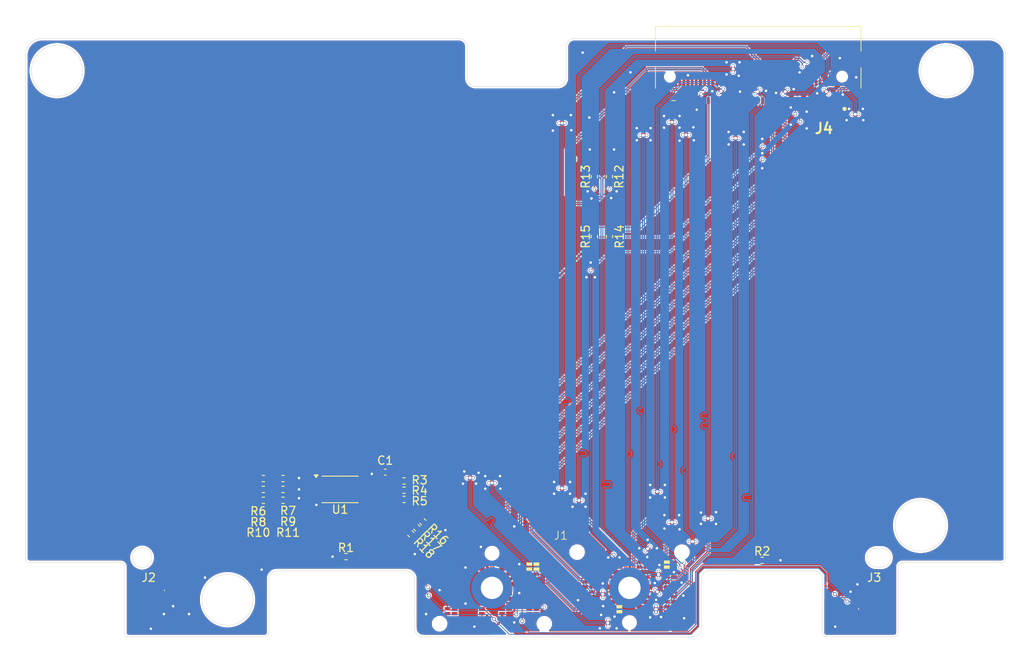
<source format=kicad_pcb>
(kicad_pcb (version 20241229) (generator "pcbnew") (generator_version "9.0")
  (layers (0 "F.Cu" signal) (4 "In1.Cu" signal) (6 "In2.Cu" signal) (2 "B.Cu" signal) (13 "F.Paste" user) (15 "B.Paste" user) (5 "F.SilkS" user "F.Silkscreen") (7 "B.SilkS" user "B.Silkscreen") (1 "F.Mask" user) (3 "B.Mask" user) (25 "Edge.Cuts" user))
  (net 0 "")
  (net 1 "GND")
  (net 15 "/REFCLKB-")
  (net 41 "Net-(J1-ID1)")
  (net 46 "Net-(J1-ID0)")
  (net 56 "/TX5-")
  (net 57 "/TX4+")
  (net 58 "/TX5+")
  (net 59 "/RX5-")
  (net 60 "/RX6+")
  (net 61 "/TX7+")
  (net 62 "/RX6-")
  (net 63 "/RX0+")
  (net 64 "/RX5+")
  (net 65 "/TX1-")
  (net 66 "/RX3-")
  (net 67 "/REFCLKB+")
  (net 68 "/RX0-")
  (net 69 "/REFCLKA-")
  (net 70 "/RX7-")
  (net 71 "/RX4+")
  (net 72 "/RX4-")
  (net 73 "/RX2+")
  (net 74 "/TX3-")
  (net 75 "/TX0+")
  (net 76 "/TX6+")
  (net 77 "/RX2-")
  (net 78 "/TX2+")
  (net 79 "/TX4-")
  (net 80 "/TX0-")
  (net 81 "/RX3+")
  (net 82 "/TX7-")
  (net 83 "/TX1+")
  (net 84 "/RX1-")
  (net 85 "/RX7+")
  (net 86 "/TX6-")
  (net 87 "/TX2-")
  (net 88 "/RX1+")
  (net 89 "/TX3+")
  (net 90 "/REFCLKA+")
  (net 91 "3V3_ALW")
  (net 92 "/I2C_SCL")
  (net 93 "/I2C_SDA")
  (net 94 "Net-(U1-WP)")
  (net 97 "/PERSTB")
  (net 98 "/PERSTA")
  (net 99 "/CPRSNTB")
  (net 100 "/A0")
  (net 101 "/A1")
  (net 102 "/A2")
  (net 113 "/FAN0_SPD")
  (net 114 "/FAN1_SPD")
  (net 115 "/FAN1_PWM")
  (net 116 "12V_FAN")
  (net 117 "/FAN0_PWM")
  (net 118 "Net-(U1-SCL)")
  (net 119 "Net-(U1-SDA)")
  (net 120 "/3V3_EEPROM")
  (footprint "Resistor_SMD:R_0402_1005Metric" (layer "F.Cu") (at 74.2696 80.6196)
    (property "Reference" "R11")
    (property "Value" "0R" (hide yes))
  )
  (footprint "Resistor_SMD:R_0402_1005Metric" (layer "F.Cu") (at 71.882 80.6196)
    (property "Reference" "R10")
    (property "Value" "0R" (hide yes))
  )
  (footprint "Resistor_SMD:R_0402_1005Metric" (layer "F.Cu") (at 88.9226 79.3955 180)
    (property "Reference" "R4")
    (property "Value" "4.7K")
  )
  (footprint "Resistor_SMD:R_0402_1005Metric" (layer "F.Cu") (at 81.886967 87.441767)
    (property "Reference" "R1")
    (property "Value" "330K")
  )
  (footprint "Resistor_SMD:R_0402_1005Metric" (layer "F.Cu") (at 132.275767 87.895367 180)
    (property "Reference" "R2")
    (property "Value" "330K")
  )
  (footprint "Resistor_SMD:R_0402_1005Metric" (layer "F.Cu") (at 113.792 41.402 90)
    (property "Reference" "R12")
    (property "Value" "0R" (hide yes))
  )
  (footprint "Capacitor_SMD:C_0402_1005Metric" (layer "F.Cu") (at 86.6366 77.2111 180)
    (property "Reference" "C1")
    (property "Value" "0.1U")
  )
  (footprint "Expansion_Bay:FXBeam" (layer "F.Cu") (at 107.892214 91.231826)
    (property "Reference" "J1")
    (property "Value" "FXBeam")
  )
  (footprint "Resistor_SMD:R_0402_1005Metric" (layer "F.Cu") (at 88.9226 78.2779 180)
    (property "Reference" "R3")
    (property "Value" "100K")
  )
  (footprint "Resistor_SMD:R_0402_1005Metric" (layer "F.Cu") (at 74.2696 79.2988)
    (property "Reference" "R9")
    (property "Value" "0R" (hide yes))
  )
  (footprint "fpc-fan:JUSHUO_AFC05-S04FIA-00" (layer "F.Cu") (at 145.843767 92.661826 90)
    (property "Reference" "J3" (hide yes))
    (property "Value" "Fan1")
  )
  (footprint "Resistor_SMD:R_0402_1005Metric" (layer "F.Cu") (at 90.4748 83.947 -45)
    (property "Reference" "R17")
    (property "Value" "0R" (hide yes))
  )
  (footprint "fpc-fan:JUSHUO_AFC05-S04FIA-00" (layer "F.Cu") (at 58.010967 92.661826 -90)
    (property "Reference" "J2" (hide yes))
    (property "Value" "Fan0")
  )
  (footprint "Resistor_SMD:R_0402_1005Metric" (layer "F.Cu") (at 89.7382 84.6836 -45)
    (property "Reference" "R18")
    (property "Value" "0R" (hide yes))
  )
  (footprint "Nano_Pitch:Nano-Pitch-173162-0131" (layer "F.Cu") (at 131.799367 31.101367 180)
    (property "Reference" "J4")
    (property "Value" "173162-0131" (hide yes))
  )
  (footprint "Resistor_SMD:R_0402_1005Metric" (layer "F.Cu") (at 111.9632 48.6664 -90)
    (property "Reference" "R15")
    (property "Value" "0R" (hide yes))
  )
  (footprint "Resistor_SMD:R_0402_1005Metric" (layer "F.Cu") (at 88.9226 80.5131)
    (property "Reference" "R5")
    (property "Value" "4.7K")
  )
  (footprint "Resistor_SMD:R_0402_1005Metric" (layer "F.Cu") (at 111.9632 41.402 90)
    (property "Reference" "R13")
    (property "Value" "0R" (hide yes))
  )
  (footprint "Package_SO:TSSOP-8_4.4x3mm_P0.65mm" (layer "F.Cu") (at 81.1784 79.2988)
    (property "Reference" "U1")
    (property "Value" "BR24G32FVT-3GE2" (hide yes))
  )
  (footprint "Resistor_SMD:R_0402_1005Metric" (layer "F.Cu") (at 71.882 77.978)
    (property "Reference" "R6")
    (property "Value" "0R" (hide yes))
  )
  (footprint "Resistor_SMD:R_0402_1005Metric" (layer "F.Cu") (at 113.792 48.6664 -90)
    (property "Reference" "R14")
    (property "Value" "0R" (hide yes))
  )
  (footprint "Resistor_SMD:R_0402_1005Metric" (layer "F.Cu") (at 91.2 83.22 135)
    (property "Reference" "R16")
    (property "Value" "0R" (hide yes))
  )
  (footprint "Resistor_SMD:R_0402_1005Metric" (layer "F.Cu") (at 74.2696 77.978)
    (property "Reference" "R7")
    (property "Value" "0R" (hide yes))
  )
  (footprint "Resistor_SMD:R_0402_1005Metric" (layer "F.Cu") (at 71.882 79.2988)
    (property "Reference" "R8")
    (property "Value" "0R" (hide yes))
  )
  (gr_arc (start 148.752214 88.661826) (mid 148.89866 88.308261) (end 149.252214 88.161826) (stroke (width 0.05)) (layer "Edge.Cuts"))
  (gr_arc (start 159.752214 24.661826) (mid 161.166457 25.247597) (end 161.752214 26.661826) (stroke (width 0.05)) (layer "Edge.Cuts"))
  (gr_circle (center 154.552214 28.561826) (end 157.652214 28.561826) (stroke (width 0.05)) (fill no) (layer "Edge.Cuts"))
  (gr_circle (center 151.452214 83.661826) (end 154.552214 83.661826) (stroke (width 0.05)) (fill no) (layer "Edge.Cuts"))
  (gr_line (start 123.902214 97.161826) (end 91.202214 97.161826) (stroke (width 0.05)) (layer "Edge.Cuts"))
  (gr_line (start 139.552214 96.661826) (end 139.552214 90.161826) (stroke (width 0.05)) (layer "Edge.Cuts"))
  (gr_circle (center 46.911914 28.561826) (end 50.011914 28.561826) (stroke (width 0.05)) (fill no) (layer "Edge.Cuts"))
  (gr_line (start 108.552214 25.661826) (end 108.552214 29.461826) (stroke (width 0.05)) (layer "Edge.Cuts"))
  (gr_line (start 96.552214 29.461826) (end 96.552214 25.661826) (stroke (width 0.05)) (layer "Edge.Cuts"))
  (gr_line (start 43.102214 87.661826) (end 43.102214 26.661826) (stroke (width 0.05)) (layer "Edge.Cuts"))
  (gr_arc (start 161.752214 87.661826) (mid 161.605767 88.015367) (end 161.252214 88.161826) (stroke (width 0.05)) (layer "Edge.Cuts"))
  (gr_arc (start 124.902214 90.161826) (mid 125.195089 89.454698) (end 125.902214 89.161826) (stroke (width 0.05)) (layer "Edge.Cuts"))
  (gr_circle (center 67.552214 92.661826) (end 70.652214 92.661826) (stroke (width 0.05)) (fill no) (layer "Edge.Cuts"))
  (gr_arc (start 54.602214 88.161826) (mid 54.955797 88.308257) (end 55.102214 88.661826) (stroke (width 0.05)) (layer "Edge.Cuts"))
  (gr_line (start 148.252214 97.161826) (end 140.052214 97.161826) (stroke (width 0.05)) (layer "Edge.Cuts"))
  (gr_arc (start 43.102214 26.661826) (mid 43.688 25.2476) (end 45.102214 24.661826) (stroke (width 0.05)) (layer "Edge.Cuts"))
  (gr_line (start 161.252214 88.161826) (end 149.252214 88.161826) (stroke (width 0.05)) (layer "Edge.Cuts"))
  (gr_arc (start 140.052214 97.161826) (mid 139.69869 97.015364) (end 139.552214 96.661826) (stroke (width 0.05)) (layer "Edge.Cuts"))
  (gr_line (start 97.552214 30.461826) (end 107.552214 30.461826) (stroke (width 0.05)) (layer "Edge.Cuts"))
  (gr_arc (start 108.552214 29.461826) (mid 108.25932 30.168921) (end 107.552214 30.461826) (stroke (width 0.05)) (layer "Edge.Cuts"))
  (gr_arc (start 72.552214 96.661826) (mid 72.405767 97.015367) (end 72.052214 97.161826) (stroke (width 0.05)) (layer "Edge.Cuts"))
  (gr_line (start 72.552214 96.661826) (end 72.552214 90.161826) (stroke (width 0.05)) (layer "Edge.Cuts"))
  (gr_line (start 146.702214 86.411826) (end 146.102214 86.411826) (stroke (width 0.05)) (layer "Edge.Cuts"))
  (gr_arc (start 43.602214 88.161826) (mid 43.24869 88.015364) (end 43.102214 87.661826) (stroke (width 0.05)) (layer "Edge.Cuts"))
  (gr_arc (start 146.702214 86.411826) (mid 147.852262 87.561831) (end 146.702214 88.711826) (stroke (width 0.05)) (layer "Edge.Cuts"))
  (gr_arc (start 124.902214 96.161826) (mid 124.60932 96.868921) (end 123.902214 97.161826) (stroke (width 0.05)) (layer "Edge.Cuts"))
  (gr_line (start 161.752214 26.661826) (end 161.752214 87.661826) (stroke (width 0.05)) (layer "Edge.Cuts"))
  (gr_arc (start 91.202214 97.161826) (mid 90.495137 96.868917) (end 90.202214 96.161826) (stroke (width 0.05)) (layer "Edge.Cuts"))
  (gr_arc (start 55.602214 97.161826) (mid 55.24869 97.015364) (end 55.102214 96.661826) (stroke (width 0.05)) (layer "Edge.Cuts"))
  (gr_line (start 55.102214 96.661826) (end 55.102214 88.661826) (stroke (width 0.05)) (layer "Edge.Cuts"))
  (gr_line (start 146.102214 88.711826) (end 146.702214 88.711826) (stroke (width 0.05)) (layer "Edge.Cuts"))
  (gr_arc (start 89.202214 89.161826) (mid 89.90935 89.454704) (end 90.202214 90.161826) (stroke (width 0.05)) (layer "Edge.Cuts"))
  (gr_line (start 89.202214 89.161826) (end 73.552214 89.161826) (stroke (width 0.05)) (layer "Edge.Cuts"))
  (gr_arc (start 146.102214 88.711826) (mid 144.952262 87.561831) (end 146.102214 86.411826) (stroke (width 0.05)) (layer "Edge.Cuts"))
  (gr_arc (start 95.552214 24.661826) (mid 96.25935 24.954704) (end 96.552214 25.661826) (stroke (width 0.05)) (layer "Edge.Cuts"))
  (gr_line (start 43.602214 88.161826) (end 54.602214 88.161826) (stroke (width 0.05)) (layer "Edge.Cuts"))
  (gr_line (start 148.752214 96.661826) (end 148.752214 88.661826) (stroke (width 0.05)) (layer "Edge.Cuts"))
  (gr_arc (start 148.752214 96.661826) (mid 148.605767 97.015367) (end 148.252214 97.161826) (stroke (width 0.05)) (layer "Edge.Cuts"))
  (gr_line (start 138.552214 89.161826) (end 125.902214 89.161826) (stroke (width 0.05)) (layer "Edge.Cuts"))
  (gr_line (start 90.202214 90.161826) (end 90.202214 96.161826) (stroke (width 0.05)) (layer "Edge.Cuts"))
  (gr_arc (start 72.552214 90.161826) (mid 72.845106 89.454707) (end 73.552214 89.161826) (stroke (width 0.05)) (layer "Edge.Cuts"))
  (gr_line (start 95.552214 24.661826) (end 45.102214 24.661826) (stroke (width 0.05)) (layer "Edge.Cuts"))
  (gr_line (start 72.052214 97.161826) (end 55.602214 97.161826) (stroke (width 0.05)) (layer "Edge.Cuts"))
  (gr_arc (start 108.552214 25.661826) (mid 108.845106 24.954707) (end 109.552214 24.661826) (stroke (width 0.05)) (layer "Edge.Cuts"))
  (gr_circle (center 57.202214 87.561826) (end 58.402214 87.561826) (stroke (width 0.05)) (fill no) (layer "Edge.Cuts"))
  (gr_arc (start 97.552214 30.461826) (mid 96.845137 30.168917) (end 96.552214 29.461826) (stroke (width 0.05)) (layer "Edge.Cuts"))
  (gr_line (start 124.902214 96.161826) (end 124.902214 90.161826) (stroke (width 0.05)) (layer "Edge.Cuts"))
  (gr_arc (start 138.552214 89.161826) (mid 139.25935 89.454704) (end 139.552214 90.161826) (stroke (width 0.05)) (layer "Edge.Cuts"))
  (gr_line (start 159.752214 24.661826) (end 109.552214 24.661826) (stroke (width 0.05)) (layer "Edge.Cuts"))
  (gr_text "Framework 16 Laptop\nFXBeam to OCuLink Card\nREV 1.0\nENGINEER SAMPLE" (at 44.704 79.516967 0) (layer "F.Cu") (effects (font (size 1.2 1.2)) (justify left bottom)))
  (gr_text "Designed by\nTerrails" (at 44.704 85.409767 0) (layer "F.Cu" knockout) (effects (font (size 1.5 1.5) (thickness 0.3) (bold yes)) (justify left bottom)))
  (via (at 76.2 80.3656) (size 0.45) (drill 0.3) (layers "F.Cu" "B.Cu") (net 1))
  (via (at 91.589767 94.401367) (size 0.45) (drill 0.3) (layers "F.Cu" "B.Cu") (net 1))
  (via (at 100.530567 77.688167) (size 0.45) (drill 0.3) (layers "F.Cu" "B.Cu") (net 1))
  (via (at 126.692567 83.479367) (size 0.45) (drill 0.3) (layers "F.Cu" "B.Cu") (net 1))
  (via (at 138.935367 31.307767) (size 0.45) (drill 0.3) (layers "F.Cu" "B.Cu") (net 1))
  (via (at 117.091367 36.997367) (size 0.45) (drill 0.3) (layers "F.Cu" "B.Cu") (net 1))
  (via (at 93.9292 84.2264) (size 0.45) (drill 0.3) (layers "F.Cu" "B.Cu") (net 1))
  (via (at 114.6556 43.18) (size 0.45) (drill 0.3) (layers "F.Cu" "B.Cu") (net 1))
  (via (at 124.863767 83.479367) (size 0.45) (drill 0.3) (layers "F.Cu" "B.Cu") (net 1))
  (via (at 119.834567 88.457767) (size 0.45) (drill 0.3) (layers "F.Cu" "B.Cu") (net 1))
  (via (at 142.491367 34.558967) (size 0.45) (drill 0.3) (layers "F.Cu" "B.Cu") (net 1))
  (via (at 114.398967 94.706167) (size 0.45) (drill 0.3) (layers "F.Cu" "B.Cu") (net 1))
  (via (at 122.730167 92.166167) (size 0.45) (drill 0.3) (layers "F.Cu" "B.Cu") (net 1))
  (via (at 122.272967 37.048167) (size 0.45) (drill 0.3) (layers "F.Cu" "B.Cu") (net 1))
  (via (at 118.767767 36.997367) (size 0.45) (drill 0.3) (layers "F.Cu" "B.Cu") (net 1))
  (via (at 118.361367 87.492567) (size 0.45) (drill 0.3) (layers "F.Cu" "B.Cu") (net 1))
  (via (at 144.523367 34.558967) (size 0.45) (drill 0.3) (layers "F.Cu" "B.Cu") (net 1))
  (via (at 141.678567 27.040567) (size 0.45) (drill 0.3) (layers "F.Cu" "B.Cu") (net 1))
  (via (at 122.272967 34.050967) (size 0.45) (drill 0.3) (layers "F.Cu" "B.Cu") (net 1))
  (via (at 129.588167 31.104567) (size 0.45) (drill 0.3) (layers "F.Cu" "B.Cu") (net 1))
  (via (at 97.939767 77.281767) (size 0.45) (drill 0.3) (layers "F.Cu" "B.Cu") (net 1))
  (via (at 102.867367 88.356167) (size 0.45) (drill 0.3) (layers "F.Cu" "B.Cu") (net 1))
  (via (at 120.393367 35.473367) (size 0.45) (drill 0.3) (layers "F.Cu" "B.Cu") (net 1))
  (via (at 110.998 53.594) (size 0.45) (drill 0.3) (layers "F.Cu" "B.Cu") (net 1))
  (via (at 102.867367 91.861367) (size 0.45) (drill 0.3) (layers "F.Cu" "B.Cu") (net 1))
  (via (at 107.083767 79.821767) (size 0.45) (drill 0.3) (layers "F.Cu" "B.Cu") (net 1))
  (via (at 120.037767 94.756967) (size 0.45) (drill 0.3) (layers "F.Cu" "B.Cu") (net 1))
  (via (at 110.893767 81.396567) (size 0.45) (drill 0.3) (layers "F.Cu" "B.Cu") (net 1))
  (via (at 124.863767 82.107767) (size 0.45) (drill 0.3) (layers "F.Cu" "B.Cu") (net 1))
  (via (at 111.401767 38.114967) (size 0.45) (drill 0.3) (layers "F.Cu" "B.Cu") (net 1))
  (via (at 126.235367 31.053767) (size 0.45) (drill 0.3) (layers "F.Cu" "B.Cu") (net 1))
  (via (at 138.325767 26.786567) (size 0.45) (drill 0.3) (layers "F.Cu" "B.Cu") (net 1))
  (via (at 112.014 53.594) (size 0.45) (drill 0.3) (layers "F.Cu" "B.Cu") (net 1))
  (via (at 114.348167 38.114967) (size 0.45) (drill 0.3) (layers "F.Cu" "B.Cu") (net 1))
  (via (at 141.119767 95.925367) (size 0.45) (drill 0.3) (layers "F.Cu" "B.Cu") (net 1))
  (via (at 127.962567 27.548567) (size 0.45) (drill 0.3) (layers "F.Cu" "B.Cu") (net 1))
  (via (at 98.752567 77.688167) (size 0.45) (drill 0.3) (layers "F.Cu" "B.Cu") (net 1))
  (via (at 64.818167 89.981767) (size 0.45) (drill 0.3) (layers "F.Cu" "B.Cu") (net 1))
  (via (at 111.3536 34.2392) (size 0.45) (drill 0.3) (layers "F.Cu" "B.Cu") (net 1))
  (via (at 111.1504 43.18) (size 0.45) (drill 0.3) (layers "F.Cu" "B.Cu") (net 1))
  (via (at 124.355767 33.288967) (size 0.45) (drill 0.3) (layers "F.Cu" "B.Cu") (net 1))
  (via (at 132.737767 31.002967) (size 0.45) (drill 0.3) (layers "F.Cu" "B.Cu") (net 1))
  (via (at 109.115767 33.949367) (size 0.45) (drill 0.3) (layers "F.Cu" "B.Cu") (net 1))
  (via (at 106.931367 33.949367) (size 0.45) (drill 0.3) (layers "F.Cu" "B.Cu") (net 1))
  (via (at 117.091367 35.524167) (size 0.45) (drill 0.3) (layers "F.Cu" "B.Cu") (net 1))
  (via (at 114.3508 31.1912) (size 0.45) (drill 0.3) (layers "F.Cu" "B.Cu") (net 1))
  (via (at 130.045367 37.505367) (size 0.45) (drill 0.3) (layers "F.Cu" "B.Cu") (net 1))
  (via (at 122.222167 82.412567) (size 0.45) (drill 0.3) (layers "F.Cu" "B.Cu") (net 1))
  (via (at 109.014167 79.821767) (size 0.45) (drill 0.3) (layers "F.Cu" "B.Cu") (net 1))
  (via (at 130.045367 35.981367) (size 0.45) (drill 0.3) (layers "F.Cu" "B.Cu") (net 1))
  (via (at 58.264967 96.179367) (size 0.45) (drill 0.3) (layers "F.Cu" "B.Cu") (net 1))
  (via (at 123.288967 29.123367) (size 0.45) (drill 0.3) (layers "F.Cu" "B.Cu") (net 1))
  (via (at 100.581367 79.212167) (size 0.45) (drill 0.3) (layers "F.Cu" "B.Cu") (net 1))
  (via (at 128.216567 37.505367) (size 0.45) (drill 0.3) (layers "F.Cu" "B.Cu") (net 1))
  (via (at 90.218167 87.136967) (size 0.45) (drill 0.3) (layers "F.Cu" "B.Cu") (net 1))
  (via (at 106.931367 35.828967) (size 0.45) (drill 0.3) (layers "F.Cu" "B.Cu") (net 1))
  (via (at 114.652967 96.128567) (size 0.45) (drill 0.3) (layers "F.Cu" "B.Cu") (net 1))
  (via (at 144.472567 33.187367) (size 0.45) (drill 0.3) (layers "F.Cu" "B.Cu") (net 1))
  (via (at 143.659767 29.377367) (size 0.45) (drill 0.3) (layers "F.Cu" "B.Cu") (net 1))
  (via (at 71.676167 89.016567) (size 0.45) (drill 0.3) (layers "F.Cu" "B.Cu") (net 1))
  (via (at 97.431767 95.925367) (size 0.45) (drill 0.3) (layers "F.Cu" "B.Cu") (net 1))
  (via (at 112.620967 96.128567) (size 0.45) (drill 0.3) (layers "F.Cu" "B.Cu") (net 1))
  (via (at 136.090567 30.799767) (size 0.45) (drill 0.3) (layers "F.Cu" "B.Cu") (net 1))
  (via (at 122.272967 84.139767) (size 0.45) (drill 0.3) (layers "F.Cu" "B.Cu") (net 1))
  (via (at 123.949367 35.422567) (size 0.45) (drill 0.3) (layers "F.Cu" "B.Cu") (net 1))
  (via (at 85.0138 77.4192) (size 0.45) (drill 0.3) (layers "F.Cu" "B.Cu") (net 1))
  (via (at 117.396167 86.425767) (size 0.45) (drill 0.3) (layers "F.Cu" "B.Cu") (net 1))
  (via (at 142.9766 91.694) (size 0.45) (drill 0.3) (layers "F.Cu" "B.Cu") (net 1))
  (via (at 96.364967 93.131367) (size 0.45) (drill 0.3) (layers "F.Cu" "B.Cu") (net 1))
  (via (at 118.767767 35.524167) (size 0.45) (drill 0.3) (layers "F.Cu" "B.Cu") (net 1))
  (via (at 109.166567 35.778167) (size 0.45) (drill 0.3) (layers "F.Cu" "B.Cu") (net 1))
  (via (at 118.716967 80.278967) (size 0.45) (drill 0.3) (layers "F.Cu" "B.Cu") (net 1))
  (via (at 76.2 79.2988) (size 0.45) (drill 0.3) (layers "F.Cu" "B.Cu") (net 1))
  (via (at 134.493 87.884) (size 0.45) (drill 0.3) (layers "F.Cu" "B.Cu") (net 1))
  (via (at 122.272967 35.473367) (size 0.45) (drill 0.3) (layers "F.Cu" "B.Cu") (net 1))
  (via (at 116.329367 28.767767) (size 0.45) (drill 0.3) (layers "F.Cu" "B.Cu") (net 1))
  (via (at 98.2218 86.2584) (size 0.45) (drill 0.3) (layers "F.Cu" "B.Cu") (net 1))
  (via (at 113.9952 43.9928) (size 0.45) (drill 0.3) (layers "F.Cu" "B.Cu") (net 1))
  (via (at 109.979367 92.724967) (size 0.45) (drill 0.3) (layers "F.Cu" "B.Cu") (net 1))
  (via (at 132.2832 40.386) (size 0.45) (drill 0.3) (layers "F.Cu" "B.Cu") (net 1))
  (via (at 135.7376 35.1028) (size 0.45) (drill 0.3) (layers "F.Cu" "B.Cu") (net 1))
  (via (at 120.393367 34.050967) (size 0.45) (drill 0.3) (layers "F.Cu" "B.Cu") (net 1))
  (via (at 111.6076 44.0436) (size 0.45) (drill 0.3) (layers "F.Cu" "B.Cu") (net 1))
  (via (at 132.2832 36.83) (size 0.45) (drill 0.3) (layers "F.Cu" "B.Cu") (net 1))
  (via (at 128.216567 35.981367) (size 0.45) (drill 0.3) (layers "F.Cu" "B.Cu") (net 1))
  (via (at 118.412167 85.409767) (size 0.45) (drill 0.3) (layers "F.Cu" "B.Cu") (net 1))
  (via (at 113.027367 93.436167) (size 0.45) (drill 0.3) (layers "F.Cu" "B.Cu") (net 1))
  (via (at 120.494967 80.278967) (size 0.45) (drill 0.3) (layers "F.Cu" "B.Cu") (net 1))
  (via (at 119.428167 92.674167) (size 0.45) (drill 0.3) (layers "F.Cu" "B.Cu") (net 1))
  (via (at 120.494967 78.754967) (size 0.45) (drill 0.3) (layers "F.Cu" "B.Cu") (net 1))
  (via (at 127.962567 29.021767) (size 0.45) (drill 0.3) (layers "F.Cu" "B.Cu") (net 1))
  (via (at 78.3054 81.1735) (size 0.45) (drill 0.3) (layers "F.Cu" "B.Cu") (net 1))
  (via (at 133.956967 31.256967) (size 0.45) (drill 0.3) (layers "F.Cu" "B.Cu") (net 1))
  (via (at 129.537367 27.548567) (size 0.45) (drill 0.3) (layers "F.Cu" "B.Cu") (net 1))
  (via (at 122.831767 94.909367) (size 0.45) (drill 0.3) (layers "F.Cu" "B.Cu") (net 1))
  (via (at 115.008567 87.543367) (size 0.45) (drill 0.3) (layers "F.Cu" "B.Cu") (net 1))
  (via (at 124.000167 36.997367) (size 0.45) (drill 0.3) (layers "F.Cu" "B.Cu") (net 1))
  (via (at 142.034167 31.460167) (size 0.45) (drill 0.3) (layers "F.Cu" "B.Cu") (net 1))
  (via (at 143.8148 90.805) (size 0.45) (drill 0.3) (layers "F.Cu" "B.Cu") (net 1))
  (via (at 142.796167 33.187367) (size 0.45) (drill 0.3) (layers "F.Cu" "B.Cu") (net 1))
  (via (at 96.364967 88.762567) (size 0.45) (drill 0.3) (layers "F.Cu" "B.Cu") (net 1))
  (via (at 122.526967 90.591367) (size 0.45) (drill 0.3) (layers "F.Cu" "B.Cu") (net 1))
  (via (at 62.887767 94.401367) (size 0.45) (drill 0.3) (layers "F.Cu" "B.Cu") (net 1))
  (via (at 126.692567 82.056967) (size 0.45) (drill 0.3) (layers "F.Cu" "B.Cu") (net 1))
  (via (at 96.212567 77.129367) (size 0.45) (drill 0.3) (layers "F.Cu" "B.Cu") (net 1))
  (via (at 80.261367 87.441767) (size 0.45) (drill 0.3) (layers "F.Cu" "B.Cu") (net 1))
  (via (at 119.275767 90.642167) (size 0.45) (drill 0.3) (layers "F.Cu" "B.Cu") (net 1))
  (via (at 132.2832 38.5572) (size 0.45) (drill 0.3) (layers "F.Cu" "B.Cu") (net 1))
  (via (at 112.976567 90.692967) (size 0.45) (drill 0.3) (layers "F.Cu" "B.Cu") (net 1))
  (via (at 121.592214 89.311826) (size 0.4) (drill 0.3) (layers "F.Cu" "B.Cu") (net 1))
  (via (at 59.839767 94.401367) (size 0.45) (drill 0.3) (layers "F.Cu" "B.Cu") (net 1))
  (via (at 120.444167 82.412567) (size 0.45) (drill 0.3) (layers "F.Cu" "B.Cu") (net 1))
  (via (at 118.716967 78.754967) (size 0.45) (drill 0.3) (layers "F.Cu" "B.Cu") (net 1))
  (via (at 119.529767 86.425767) (size 0.45) (drill 0.3) (layers "F.Cu" "B.Cu") (net 1))
  (via (at 98.752567 79.212167) (size 0.45) (drill 0.3) (layers "F.Cu" "B.Cu") (net 1))
  (via (at 107.083767 78.399367) (size 0.45) (drill 0.3) (layers "F.Cu" "B.Cu") (net 1))
  (via (at 137.668 35.56) (size 0.45) (drill 0.3) (layers "F.Cu" "B.Cu") (net 1))
  (via (at 76.2 77.9272) (size 0.45) (drill 0.3) (layers "F.Cu" "B.Cu") (net 1))
  (via (at 120.444167 84.038167) (size 0.45) (drill 0.3) (layers "F.Cu" "B.Cu") (net 1))
  (via (at 97.634967 78.602567) (size 0.45) (drill 0.3) (layers "F.Cu" "B.Cu") (net 1))
  (via (at 113.636967 87.543367) (size 0.4) (drill 0.3) (layers "F.Cu" "B.Cu") (net 1))
  (via (at 135.7376 33.02) (size 0.45) (drill 0.3) (layers "F.Cu" "B.Cu") (net 1))
  (via (at 109.318967 81.396567) (size 0.45) (drill 0.3) (layers "F.Cu" "B.Cu") (net 1))
  (via (at 111.506 51.816) (size 0.45) (drill 0.3) (layers "F.Cu" "B.Cu") (net 1))
  (via (at 129.435767 29.174167) (size 0.45) (drill 0.3) (layers "F.Cu" "B.Cu") (net 1))
  (via (at 93.215367 91.505767) (size 0.45) (drill 0.3) (layers "F.Cu" "B.Cu") (net 1))
  (via (at 110.538167 26.380167) (size 0.45) (drill 0.3) (layers "F.Cu" "B.Cu") (net 1))
  (via (at 102.257767 95.417367) (size 0.45) (drill 0.3) (layers "F.Cu" "B.Cu") (net 1))
  (via (at 110.893767 79.821767) (size 0.45) (drill 0.3) (layers "F.Cu" "B.Cu") (net 1))
  (via (at 102.257767 83.784167) (size 0.45) (drill 0.3) (layers "F.Cu" "B.Cu") (net 1))
  (via (at 109.014167 78.399367) (size 0.45) (drill 0.3) (layers "F.Cu" "B.Cu") (net 1))
  (via (at 60.96 93.4466) (size 0.45) (drill 0.3) (layers "F.Cu" "B.Cu") (net 1))
  (via (at 136.801767 28.767767) (size 0.45) (drill 0.3) (layers "F.Cu" "B.Cu") (net 1))
  (via (at 96.060167 78.602567) (size 0.45) (drill 0.3) (layers "F.Cu" "B.Cu") (net 1))
  (via (at 118.716967 94.807767) (size 0.45) (drill 0.3) (layers "F.Cu" "B.Cu") (net 1))
  (via (at 112.773367 94.502967) (size 0.45) (drill 0.3) (layers "F.Cu" "B.Cu") (net 1))
  (via (at 137.668 33.528) (size 0.45) (drill 0.3) (layers "F.Cu" "B.Cu") (net 1))
  (segment (start 125.434178 29.416556) (end 125.434178 28.94228) (width 0.128778) (layer "F.Cu") (net 15))
  (segment (start 124.917654 28.425756) (end 118.51068 28.425756) (width 0.128778) (layer "F.Cu") (net 15))
  (segment (start 108.725589 39.934023) (end 108.725589 43.538687) (width 0.128778) (layer "F.Cu") (net 15))
  (segment (start 125.434178 28.94228) (end 124.917654 28.425756) (width 0.128778) (layer "F.Cu") (net 15))
  (segment (start 108.725589 43.538687) (end 109.724913 44.538011) (width 0.128778) (layer "F.Cu") (net 15))
  (segment (start 118.51068 28.425756) (end 108.725589 38.210847) (width 0.128778) (layer "F.Cu") (net 15))
  (segment (start 125.299367 29.551367) (end 125.434178 29.416556) (width 0.128778) (layer "F.Cu") (net 15))
  (segment (start 111.864687 44.538011) (end 112.324306 44.078391) (width 0.128778) (layer "F.Cu") (net 15))
  (segment (start 109.724913 44.538011) (end 111.864687 44.538011) (width 0.128778) (layer "F.Cu") (net 15))
  (segment (start 108.725589 39.814023) (end 108.725589 39.934023) (width 0.128778) (layer "F.Cu") (net 15))
  (segment (start 109.455049 39.574023) (end 108.965589 39.574023) (width 0.128778) (layer "F.Cu") (net 15))
  (segment (start 125.299367 30.006367) (end 125.299367 29.551367) (width 0.128778) (layer "F.Cu") (net 15))
  (segment (start 108.965589 38.974023) (end 109.455049 38.974023) (width 0.128778) (layer "F.Cu") (net 15))
  (segment (start 112.762411 43.640287) (end 112.762411 41.691211) (width 0.128778) (layer "F.Cu") (net 15))
  (segment (start 112.762411 41.691211) (end 111.9632 40.892) (width 0.128778) (layer "F.Cu") (net 15))
  (segment (start 112.324306 44.078391) (end 112.762411 43.640287) (width 0.128778) (layer "F.Cu") (net 15))
  (segment (start 109.695049 39.214023) (end 109.695049 39.334023) (width 0.128778) (layer "F.Cu") (net 15))
  (segment (start 108.725589 38.210847) (end 108.725589 38.734023) (width 0.128778) (layer "F.Cu") (net 15))
  (arc (start 108.965589 39.574023) (mid 108.795883 39.644317) (end 108.725589 39.814023) (width 0.128778) (layer "F.Cu") (net 15))
  (arc (start 109.695049 39.334023) (mid 109.624755 39.503729) (end 109.455049 39.574023) (width 0.128778) (layer "F.Cu") (net 15))
  (arc (start 109.455049 38.974023) (mid 109.624755 39.044317) (end 109.695049 39.214023) (width 0.128778) (layer "F.Cu") (net 15))
  (arc (start 108.725589 38.734023) (mid 108.795883 38.903729) (end 108.965589 38.974023) (width 0.128778) (layer "F.Cu") (net 15))
  (segment (start 120.732214 95.807014) (end 121.409367 96.484167) (width 0.1) (layer "F.Cu") (net 41))
  (segment (start 123.441367 96.484167) (end 124.203367 95.722167) (width 0.1) (layer "F.Cu") (net 41))
  (segment (start 131.257767 88.403367) (end 131.765767 87.895367) (width 0.1) (layer "F.Cu") (net 41))
  (segment (start 125.066967 88.406967) (end 131.257767 88.406967) (width 0.1) (layer "F.Cu") (net 41))
  (segment (start 131.257767 88.406967) (end 131.257767 88.403367) (width 0.1) (layer "F.Cu") (net 41))
  (segment (start 121.409367 96.484167) (end 123.441367 96.484167) (width 0.1) (layer "F.Cu") (net 41))
  (segment (start 124.203367 95.722167) (end 124.203367 89.270567) (width 0.1) (layer "F.Cu") (net 41))
  (segment (start 124.203367 89.270567) (end 125.066967 88.406967) (width 0.1) (layer "F.Cu") (net 41))
  (segment (start 120.732214 94.111826) (end 120.732214 95.807014) (width 0.1) (layer "F.Cu") (net 41))
  (segment (start 104.942214 93.151826) (end 105.529426 93.151826) (width 0.1) (layer "F.Cu") (net 46))
  (segment (start 82.904967 87.949767) (end 82.396967 87.441767) (width 0.1) (layer "F.Cu") (net 46))
  (segment (start 90.116567 87.949767) (end 82.904967 87.949767) (width 0.1) (layer "F.Cu") (net 46))
  (segment (start 91.437367 90.743767) (end 91.437367 89.270567) (width 0.1) (layer "F.Cu") (net 46))
  (segment (start 105.529426 93.151826) (end 105.915367 93.537767) (width 0.1) (layer "F.Cu") (net 46))
  (segment (start 91.843767 91.150167) (end 91.437367 90.743767) (width 0.1) (layer "F.Cu") (net 46))
  (segment (start 91.437367 89.270567) (end 90.116567 87.949767) (width 0.1) (layer "F.Cu") (net 46))
  (via (at 91.843767 91.150167) (size 0.4) (drill 0.3) (layers "F.Cu" "B.Cu") (net 46))
  (via (at 105.915367 93.537767) (size 0.4) (drill 0.3) (layers "F.Cu" "B.Cu") (net 46))
  (segment (start 105.915367 93.588567) (end 105.915367 93.537767) (width 0.1) (layer "B.Cu") (net 46))
  (segment (start 91.843767 91.150167) (end 94.688567 93.994967) (width 0.1) (layer "B.Cu") (net 46))
  (segment (start 105.508967 93.994967) (end 105.915367 93.588567) (width 0.1) (layer "B.Cu") (net 46))
  (segment (start 94.688567 93.994967) (end 105.508967 93.994967) (width 0.1) (layer "B.Cu") (net 46))
  (segment (start 128.799367 32.196367) (end 128.799367 32.651367) (width 0.128778) (layer "F.Cu") (net 56))
  (segment (start 128.799367 32.651367) (end 128.934178 32.786178) (width 0.128778) (layer "F.Cu") (net 56))
  (segment (start 119.229995 91.896637) (end 119.315402 91.81123) (width 0.128778) (layer "F.Cu") (net 56))
  (segment (start 128.934178 32.786178) (end 128.934178 36.483556) (width 0.128778) (layer "F.Cu") (net 56))
  (segment (start 119.002026 91.896637) (end 119.229995 91.896637) (width 0.128778) (layer "F.Cu") (net 56))
  (segment (start 118.292214 91.711826) (end 118.817215 91.711826) (width 0.128778) (layer "F.Cu") (net 56))
  (segment (start 118.817215 91.711826) (end 119.002026 91.896637) (width 0.128778) (layer "F.Cu") (net 56))
  (segment (start 128.934178 36.483556) (end 128.674367 36.743367) (width 0.128778) (layer "F.Cu") (net 56))
  (segment (start 119.315402 91.81123) (end 119.315402 91.443802) (width 0.128778) (layer "F.Cu") (net 56))
  (via (at 128.674367 36.743367) (size 0.4) (drill 0.3) (layers "F.Cu" "B.Cu") (net 56))
  (via (at 119.315402 91.443802) (size 0.4) (drill 0.3) (layers "F.Cu" "B.Cu") (net 56))
  (segment (start 128.934178 77.099179) (end 128.934178 84.021254) (width 0.128778) (layer "B.Cu") (net 56))
  (segment (start 128.934178 76.024712) (end 128.934178 77.099179) (width 0.128778) (layer "B.Cu") (net 56))
  (segment (start 127.000454 85.954978) (end 125.882854 85.954978) (width 0.128778) (layer "B.Cu") (net 56))
  (segment (start 128.674367 36.743367) (end 128.934178 37.003178) (width 0.128778) (layer "B.Cu") (net 56))
  (segment (start 119.68283 91.443802) (end 119.315402 91.443802) (width 0.128778) (layer "B.Cu") (net 56))
  (segment (start 125.882854 85.954978) (end 121.920454 89.917378) (width 0.128778) (layer "B.Cu") (net 56))
  (segment (start 128.934178 75.759184) (end 128.934178 76.024712) (width 0.128778) (layer "B.Cu") (net 56))
  (segment (start 128.934178 37.003178) (end 128.934178 74.824712) (width 0.128778) (layer "B.Cu") (net 56))
  (segment (start 121.209254 89.917378) (end 119.68283 91.443802) (width 0.128778) (layer "B.Cu") (net 56))
  (segment (start 128.934178 84.021254) (end 127.000454 85.954978) (width 0.128778) (layer "B.Cu") (net 56))
  (segment (start 121.920454 89.917378) (end 121.209254 89.917378) (width 0.128778) (layer "B.Cu") (net 56))
  (segment (start 128.599706 75.159184) (end 128.599706 75.424712) (width 0.128778) (layer "B.Cu") (net 56))
  (arc (start 128.766942 75.591948) (mid 128.885196 75.64093) (end 128.934178 75.759184) (width 0.128778) (layer "B.Cu") (net 56))
  (arc (start 128.934178 74.824712) (mid 128.885196 74.942966) (end 128.766942 74.991948) (width 0.128778) (layer "B.Cu") (net 56))
  (arc (start 128.599706 75.424712) (mid 128.648688 75.542966) (end 128.766942 75.591948) (width 0.128778) (layer "B.Cu") (net 56))
  (arc (start 128.766942 74.991948) (mid 128.648688 75.04093) (end 128.599706 75.159184) (width 0.128778) (layer "B.Cu") (net 56))
  (segment (start 118.292214 93.511826) (end 118.817215 93.511826) (width 0.128778) (layer "F.Cu") (net 57))
  (segment (start 130.954256 31.06978) (end 130.664556 31.35948) (width 0.128778) (layer "F.Cu") (net 57))
  (segment (start 130.799367 31.741367) (end 130.799367 32.196367) (width 0.128778) (layer "F.Cu") (net 57))
  (segment (start 130.664556 31.35948) (end 130.664556 31.606556) (width 0.128778) (layer "F.Cu") (net 57))
  (segment (start 130.664556 31.606556) (end 130.799367 31.741367) (width 0.128778) (layer "F.Cu") (net 57))
  (segment (start 118.817215 93.511826) (end 119.002026 93.696637) (width 0.128778) (layer "F.Cu") (net 57))
  (segment (start 131.15665 31.06978) (end 130.954256 31.06978) (width 0.128778) (layer "F.Cu") (net 57))
  (segment (start 119.002026 93.696637) (end 119.168356 93.696637) (width 0.128778) (layer "F.Cu") (net 57))
  (segment (start 119.168356 93.696637) (end 119.428167 93.436826) (width 0.128778) (layer "F.Cu") (net 57))
  (segment (start 131.456602 31.369732) (end 131.15665 31.06978) (width 0.128778) (layer "F.Cu") (net 57))
  (via (at 119.428167 93.436826) (size 0.45) (drill 0.3) (layers "F.Cu" "B.Cu") (net 57))
  (via (at 131.456602 31.369732) (size 0.4) (drill 0.3) (layers "F.Cu" "B.Cu") (net 57))
  (segment (start 119.428167 93.436826) (end 119.687978 93.696637) (width 0.128778) (layer "B.Cu") (net 57))
  (segment (start 132.266978 31.81268) (end 131.82403 31.369732) (width 0.128778) (layer "B.Cu") (net 57))
  (segment (start 130.249149 79.986342) (end 130.655378 79.986342) (width 0.128778) (layer "B.Cu") (net 57))
  (segment (start 123.580178 89.172054) (end 125.628854 87.123378) (width 0.128778) (layer "B.Cu") (net 57))
  (segment (start 130.895378 84.701654) (end 130.895378 80.826342) (width 0.128778) (layer "B.Cu") (net 57))
  (segment (start 123.580178 90.289654) (end 123.580178 89.172054) (width 0.128778) (layer "B.Cu") (net 57))
  (segment (start 131.82403 31.369732) (end 131.456602 31.369732) (width 0.128778) (layer "B.Cu") (net 57))
  (segment (start 130.895378 79.746342) (end 130.895378 79.626342) (width 0.128778) (layer "B.Cu") (net 57))
  (segment (start 130.895378 33.800054) (end 132.266978 32.428454) (width 0.128778) (layer "B.Cu") (net 57))
  (segment (start 132.266978 32.428454) (end 132.266978 31.81268) (width 0.128778) (layer "B.Cu") (net 57))
  (segment (start 120.173195 93.696637) (end 123.580178 90.289654) (width 0.128778) (layer "B.Cu") (net 57))
  (segment (start 130.895378 79.626342) (end 130.895378 79.219205) (width 0.128778) (layer "B.Cu") (net 57))
  (segment (start 119.687978 93.696637) (end 120.173195 93.696637) (width 0.128778) (layer "B.Cu") (net 57))
  (segment (start 128.473654 87.123378) (end 130.895378 84.701654) (width 0.128778) (layer "B.Cu") (net 57))
  (segment (start 130.895378 79.219205) (end 130.895378 33.800054) (width 0.128778) (layer "B.Cu") (net 57))
  (segment (start 125.628854 87.123378) (end 128.473654 87.123378) (width 0.128778) (layer "B.Cu") (net 57))
  (segment (start 130.655378 80.586342) (end 130.249149 80.586342) (width 0.128778) (layer "B.Cu") (net 57))
  (segment (start 130.009149 80.346342) (end 130.009149 80.226342) (width 0.128778) (layer "B.Cu") (net 57))
  (arc (start 130.249149 80.586342) (mid 130.079443 80.516048) (end 130.009149 80.346342) (width 0.128778) (layer "B.Cu") (net 57))
  (arc (start 130.895378 80.826342) (mid 130.825084 80.656636) (end 130.655378 80.586342) (width 0.128778) (layer "B.Cu") (net 57))
  (arc (start 130.655378 79.986342) (mid 130.825084 79.916048) (end 130.895378 79.746342) (width 0.128778) (layer "B.Cu") (net 57))
  (arc (start 130.009149 80.226342) (mid 130.079443 80.056636) (end 130.249149 79.986342) (width 0.128778) (layer "B.Cu") (net 57))
  (segment (start 118.292214 92.311826) (end 118.817215 92.311826) (width 0.128778) (layer "F.Cu") (net 58))
  (segment (start 119.002026 92.127015) (end 119.325421 92.127015) (width 0.128778) (layer "F.Cu") (net 58))
  (segment (start 129.164556 36.483556) (end 129.424367 36.743367) (width 0.128778) (layer "F.Cu") (net 58))
  (segment (start 119.478304 91.974132) (end 119.845732 91.974132) (width 0.128778) (layer "F.Cu") (net 58))
  (segment (start 118.817215 92.311826) (end 119.002026 92.127015) (width 0.128778) (layer "F.Cu") (net 58))
  (segment (start 119.325421 92.127015) (end 119.478304 91.974132) (width 0.128778) (layer "F.Cu") (net 58))
  (segment (start 129.164556 32.786178) (end 129.164556 36.483556) (width 0.128778) (layer "F.Cu") (net 58))
  (segment (start 129.299367 32.196367) (end 129.299367 32.651367) (width 0.128778) (layer "F.Cu") (net 58))
  (segment (start 129.299367 32.651367) (end 129.164556 32.786178) (width 0.128778) (layer "F.Cu") (net 58))
  (via (at 119.845732 91.974132) (size 0.4) (drill 0.3) (layers "F.Cu" "B.Cu") (net 58))
  (via (at 129.424367 36.743367) (size 0.4) (drill 0.3) (layers "F.Cu" "B.Cu") (net 58))
  (segment (start 129.164556 84.11668) (end 127.09588 86.185356) (width 0.128778) (layer "B.Cu") (net 58))
  (segment (start 122.01588 90.147756) (end 121.30468 90.147756) (width 0.128778) (layer "B.Cu") (net 58))
  (segment (start 119.845732 91.606704) (end 119.845732 91.974132) (width 0.128778) (layer "B.Cu") (net 58))
  (segment (start 129.164556 37.003178) (end 129.164556 84.11668) (width 0.128778) (layer "B.Cu") (net 58))
  (segment (start 125.97828 86.185356) (end 122.01588 90.147756) (width 0.128778) (layer "B.Cu") (net 58))
  (segment (start 129.424367 36.743367) (end 129.164556 37.003178) (width 0.128778) (layer "B.Cu") (net 58))
  (segment (start 121.30468 90.147756) (end 119.845732 91.606704) (width 0.128778) (layer "B.Cu") (net 58))
  (segment (start 127.09588 86.185356) (end 125.97828 86.185356) (width 0.128778) (layer "B.Cu") (net 58))
  (segment (start 127.60388 31.192578) (end 128.071737 31.192578) (width 0.128778) (layer "F.Cu") (net 59))
  (segment (start 117.957403 90.327015) (end 118.142214 90.511826) (width 0.128778) (layer "F.Cu") (net 59))
  (segment (start 118.142214 90.511826) (end 118.292214 90.511826) (width 0.128778) (layer "F.Cu") (net 59))
  (segment (start 128.434178 30.830137) (end 128.434178 30.596178) (width 0.128778) (layer "F.Cu") (net 59))
  (segment (start 127.567332 30.788602) (end 127.567332 31.15603) (width 0.128778) (layer "F.Cu") (net 59))
  (segment (start 128.434178 30.596178) (end 128.299367 30.461367) (width 0.128778) (layer "F.Cu") (net 59))
  (segment (start 119.465378 79.827578) (end 119.465378 81.704454) (width 0.128778) (layer "F.Cu") (net 59))
  (segment (start 119.205567 79.567767) (end 119.465378 79.827578) (width 0.128778) (layer "F.Cu") (net 59))
  (segment (start 119.465378 81.704454) (end 116.620578 84.549254) (width 0.128778) (layer "F.Cu") (net 59))
  (segment (start 116.620578 89.26748) (end 117.680113 90.327015) (width 0.128778) (layer "F.Cu") (net 59))
  (segment (start 127.567332 31.15603) (end 127.60388 31.192578) (width 0.128778) (layer "F.Cu") (net 59))
  (segment (start 117.680113 90.327015) (end 117.957403 90.327015) (width 0.128778) (layer "F.Cu") (net 59))
  (segment (start 116.620578 84.549254) (end 116.620578 89.26748) (width 0.128778) (layer "F.Cu") (net 59))
  (segment (start 128.071737 31.192578) (end 128.434178 30.830137) (width 0.128778) (layer "F.Cu") (net 59))
  (segment (start 128.299367 30.461367) (end 128.299367 30.006367) (width 0.128778) (layer "F.Cu") (net 59))
  (via (at 127.567332 30.788602) (size 0.4) (drill 0.3) (layers "F.Cu" "B.Cu") (net 59))
  (via (at 119.205567 79.567767) (size 0.4) (drill 0.3) (layers "F.Cu" "B.Cu") (net 59))
  (segment (start 127.567332 30.788602) (end 127.199904 30.788602) (width 0.128778) (layer "B.Cu") (net 59))
  (segment (start 126.28308 29.871778) (end 122.580854 29.871778) (width 0.128778) (layer "B.Cu") (net 59))
  (segment (start 127.199904 30.788602) (end 126.28308 29.871778) (width 0.128778) (layer "B.Cu") (net 59))
  (segment (start 122.580854 29.871778) (end 119.465378 32.987254) (width 0.128778) (layer "B.Cu") (net 59))
  (segment (start 119.465378 32.987254) (end 119.465378 79.307956) (width 0.128778) (layer "B.Cu") (net 59))
  (segment (start 119.465378 79.307956) (end 119.205567 79.567767) (width 0.128778) (layer "B.Cu") (net 59))
  (segment (start 121.733567 83.276167) (end 121.473756 83.535978) (width 0.128778) (layer "F.Cu") (net 60))
  (segment (start 124.164556 30.74748) (end 123.43828 31.473756) (width 0.128778) (layer "F.Cu") (net 60))
  (segment (start 120.762556 87.902054) (end 121.157139 88.296637) (width 0.128778) (layer "F.Cu") (net 60))
  (segment (start 121.473756 85.35588) (end 120.762556 86.06708) (width 0.128778) (layer "F.Cu") (net 60))
  (segment (start 121.473756 83.535978) (end 121.473756 85.35588) (width 0.128778) (layer "F.Cu") (net 60))
  (segment (start 124.299367 30.461367) (end 124.164556 30.596178) (width 0.128778) (layer "F.Cu") (net 60))
  (segment (start 121.473756 32.21908) (end 121.473756 34.553156) (width 0.128778) (layer "F.Cu") (net 60))
  (segment (start 121.473756 34.553156) (end 121.733567 34.812967) (width 0.128778) (layer "F.Cu") (net 60))
  (segment (start 120.762556 86.06708) (end 120.762556 87.902054) (width 0.128778) (layer "F.Cu") (net 60))
  (segment (start 122.21908 31.473756) (end 121.473756 32.21908) (width 0.128778) (layer "F.Cu") (net 60))
  (segment (start 121.157139 88.296637) (end 121.257403 88.296637) (width 0.128778) (layer "F.Cu") (net 60))
  (segment (start 121.257403 88.296637) (end 121.442214 88.111826) (width 0.128778) (layer "F.Cu") (net 60))
  (segment (start 124.299367 30.006367) (end 124.299367 30.461367) (width 0.128778) (layer "F.Cu") (net 60))
  (segment (start 124.164556 30.596178) (end 124.164556 30.74748) (width 0.128778) (layer "F.Cu") (net 60))
  (segment (start 121.442214 88.111826) (end 121.592214 88.111826) (width 0.128778) (layer "F.Cu") (net 60))
  (segment (start 123.43828 31.473756) (end 122.21908 31.473756) (width 0.128778) (layer "F.Cu") (net 60))
  (via (at 121.733567 34.812967) (size 0.4) (drill 0.3) (layers "F.Cu" "B.Cu") (net 60))
  (via (at 121.733567 83.276167) (size 0.4) (drill 0.3) (layers "F.Cu" "B.Cu") (net 60))
  (segment (start 121.808176 72.138019) (end 121.808176 71.872439) (width 0.128778) (layer "B.Cu") (net 60))
  (segment (start 121.473756 35.072778) (end 121.733567 34.812967) (width 0.128778) (layer "B.Cu") (net 60))
  (segment (start 121.473756 71.102868) (end 121.473756 35.072778) (width 0.128778) (layer "B.Cu") (net 60))
  (segment (start 121.473756 71.272439) (end 121.473756 71.102868) (width 0.128778) (layer "B.Cu") (net 60))
  (segment (start 121.473756 83.016356) (end 121.473756 72.472439) (width 0.128778) (layer "B.Cu") (net 60))
  (segment (start 121.733567 83.276167) (end 121.473756 83.016356) (width 0.128778) (layer "B.Cu") (net 60))
  (segment (start 121.473756 71.538019) (end 121.473756 71.272439) (width 0.128778) (layer "B.Cu") (net 60))
  (arc (start 121.473756 72.472439) (mid 121.522731 72.354204) (end 121.640966 72.305229) (width 0.128778) (layer "B.Cu") (net 60))
  (arc (start 121.640966 72.305229) (mid 121.759201 72.256254) (end 121.808176 72.138019) (width 0.128778) (layer "B.Cu") (net 60))
  (arc (start 121.640966 71.705229) (mid 121.522731 71.656254) (end 121.473756 71.538019) (width 0.128778) (layer "B.Cu") (net 60))
  (arc (start 121.808176 71.872439) (mid 121.759201 71.754204) (end 121.640966 71.705229) (width 0.128778) (layer "B.Cu") (net 60))
  (segment (start 123.302556 88.70868) (end 123.962956 88.04828) (width 0.128778) (layer "F.Cu") (net 61))
  (segment (start 123.302556 90.84228) (end 123.302556 88.70868) (width 0.128778) (layer "F.Cu") (net 61))
  (segment (start 121.592214 92.311826) (end 121.777025 92.127015) (width 0.128778) (layer "F.Cu") (net 61))
  (segment (start 123.164556 36.077156) (end 123.424367 36.336967) (width 0.128778) (layer "F.Cu") (net 61))
  (segment (start 123.962956 85.872778) (end 124.222767 85.612967) (width 0.128778) (layer "F.Cu") (net 61))
  (segment (start 123.299367 32.196367) (end 123.299367 32.651367) (width 0.128778) (layer "F.Cu") (net 61))
  (segment (start 123.962956 88.04828) (end 123.962956 85.872778) (width 0.128778) (layer "F.Cu") (net 61))
  (segment (start 122.017821 92.127015) (end 123.302556 90.84228) (width 0.128778) (layer "F.Cu") (net 61))
  (segment (start 123.164556 32.786178) (end 123.164556 36.077156) (width 0.128778) (layer "F.Cu") (net 61))
  (segment (start 121.777025 92.127015) (end 122.017821 92.127015) (width 0.128778) (layer "F.Cu") (net 61))
  (segment (start 123.299367 32.651367) (end 123.164556 32.786178) (width 0.128778) (layer "F.Cu") (net 61))
  (via (at 124.222767 85.612967) (size 0.4) (drill 0.3) (layers "F.Cu" "B.Cu") (net 61))
  (via (at 123.424367 36.336967) (size 0.4) (drill 0.3) (layers "F.Cu" "B.Cu") (net 61))
  (segment (start 123.164556 36.596778) (end 123.424367 36.336967) (width 0.128778) (layer "B.Cu") (net 61))
  (segment (start 123.962956 84.803254) (end 123.164556 84.004854) (width 0.128778) (layer "B.Cu") (net 61))
  (segment (start 123.164556 84.004854) (end 123.164556 36.596778) (width 0.128778) (layer "B.Cu") (net 61))
  (segment (start 124.222767 85.612967) (end 123.962956 85.353156) (width 0.128778) (layer "B.Cu") (net 61))
  (segment (start 123.962956 85.353156) (end 123.962956 84.803254) (width 0.128778) (layer "B.Cu") (net 61))
  (segment (start 123.934178 30.652054) (end 123.342854 31.243378) (width 0.128778) (layer "F.Cu") (net 62))
  (segment (start 120.983567 83.276167) (end 121.243378 83.535978) (width 0.128778) (layer "F.Cu") (net 62))
  (segment (start 123.799367 30.006367) (end 123.799367 30.461367) (width 0.128778) (layer "F.Cu") (net 62))
  (segment (start 120.532178 87.99748) (end 121.061713 88.527015) (width 0.128778) (layer "F.Cu") (net 62))
  (segment (start 121.257403 88.527015) (end 121.442214 88.711826) (width 0.128778) (layer "F.Cu") (net 62))
  (segment (start 123.799367 30.461367) (end 123.934178 30.596178) (width 0.128778) (layer "F.Cu") (net 62))
  (segment (start 122.123654 31.243378) (end 121.243378 32.123654) (width 0.128778) (layer "F.Cu") (net 62))
  (segment (start 121.243378 34.553156) (end 120.983567 34.812967) (width 0.128778) (layer "F.Cu") (net 62))
  (segment (start 121.243378 85.260454) (end 120.532178 85.971654) (width 0.128778) (layer "F.Cu") (net 62))
  (segment (start 123.934178 30.596178) (end 123.934178 30.652054) (width 0.128778) (layer "F.Cu") (net 62))
  (segment (start 120.532178 85.971654) (end 120.532178 87.99748) (width 0.128778) (layer "F.Cu") (net 62))
  (segment (start 121.061713 88.527015) (end 121.257403 88.527015) (width 0.128778) (layer "F.Cu") (net 62))
  (segment (start 121.442214 88.711826) (end 121.592214 88.711826) (width 0.128778) (layer "F.Cu") (net 62))
  (segment (start 123.342854 31.243378) (end 122.123654 31.243378) (width 0.128778) (layer "F.Cu") (net 62))
  (segment (start 121.243378 83.535978) (end 121.243378 85.260454) (width 0.128778) (layer "F.Cu") (net 62))
  (segment (start 121.243378 32.123654) (end 121.243378 34.553156) (width 0.128778) (layer "F.Cu") (net 62))
  (via (at 120.983567 83.276167) (size 0.4) (drill 0.3) (layers "F.Cu" "B.Cu") (net 62))
  (via (at 120.983567 34.812967) (size 0.4) (drill 0.3) (layers "F.Cu" "B.Cu") (net 62))
  (segment (start 121.243378 35.072778) (end 121.243378 83.016356) (width 0.128778) (layer "B.Cu") (net 62))
  (segment (start 121.243378 83.016356) (end 120.983567 83.276167) (width 0.128778) (layer "B.Cu") (net 62))
  (segment (start 120.983567 34.812967) (end 121.243378 35.072778) (width 0.128778) (layer "B.Cu") (net 62))
  (segment (start 110.497403 90.327015) (end 110.110913 90.327015) (width 0.128778) (layer "F.Cu") (net 63))
  (segment (start 147.557778 30.23788) (end 145.745654 28.425756) (width 0.128778) (layer "F.Cu") (net 63))
  (segment (start 104.276178 82.310841) (end 104.276178 82.045251) (width 0.128778) (layer "F.Cu") (net 63))
  (segment (start 103.941768 82.910841) (end 103.941768 82.645251) (width 0.128778) (layer "F.Cu") (net 63))
  (segment (start 104.276178 77.843654) (end 147.557778 34.562054) (width 0.128778) (layer "F.Cu") (net 63))
  (segment (start 110.110913 90.327015) (end 104.276178 84.49228) (width 0.128778) (layer "F.Cu") (net 63))
  (segment (start 104.276178 84.49228) (end 104.276178 83.245251) (width 0.128778) (layer "F.Cu") (net 63))
  (segment (start 140.664556 28.97948) (end 140.664556 29.416556) (width 0.128778) (layer "F.Cu") (net 63))
  (segment (start 140.799367 29.551367) (end 140.799367 30.006367) (width 0.128778) (layer "F.Cu") (net 63))
  (segment (start 147.557778 34.562054) (end 147.557778 30.23788) (width 0.128778) (layer "F.Cu") (net 63))
  (segment (start 145.745654 28.425756) (end 141.21828 28.425756) (width 0.128778) (layer "F.Cu") (net 63))
  (segment (start 104.276178 82.045251) (end 104.276178 81.855823) (width 0.128778) (layer "F.Cu") (net 63))
  (segment (start 141.21828 28.425756) (end 140.664556 28.97948) (width 0.128778) (layer "F.Cu") (net 63))
  (segment (start 110.832214 90.511826) (end 110.682214 90.511826) (width 0.128778) (layer "F.Cu") (net 63))
  (segment (start 140.664556 29.416556) (end 140.799367 29.551367) (width 0.128778) (layer "F.Cu") (net 63))
  (segment (start 104.276178 81.855823) (end 104.276178 77.843654) (width 0.128778) (layer "F.Cu") (net 63))
  (segment (start 110.682214 90.511826) (end 110.497403 90.327015) (width 0.128778) (layer "F.Cu") (net 63))
  (arc (start 104.108973 82.478046) (mid 104.227205 82.429073) (end 104.276178 82.310841) (width 0.128778) (layer "F.Cu") (net 63))
  (arc (start 103.941768 82.645251) (mid 103.990741 82.527019) (end 104.108973 82.478046) (width 0.128778) (layer "F.Cu") (net 63))
  (arc (start 104.276178 83.245251) (mid 104.227205 83.127019) (end 104.108973 83.078046) (width 0.128778) (layer "F.Cu") (net 63))
  (arc (start 104.108973 83.078046) (mid 103.990741 83.029073) (end 103.941768 82.910841) (width 0.128778) (layer "F.Cu") (net 63))
  (segment (start 128.167163 31.422956) (end 128.664556 30.925563) (width 0.128778) (layer "F.Cu") (net 64))
  (segment (start 119.695756 79.827578) (end 119.695756 81.79988) (width 0.128778) (layer "F.Cu") (net 64))
  (segment (start 128.664556 30.596178) (end 128.799367 30.461367) (width 0.128778) (layer "F.Cu") (net 64))
  (segment (start 128.664556 30.925563) (end 128.664556 30.596178) (width 0.128778) (layer "F.Cu") (net 64))
  (segment (start 117.957403 90.096637) (end 118.142214 89.911826) (width 0.128778) (layer "F.Cu") (net 64))
  (segment (start 119.955567 79.567767) (end 119.695756 79.827578) (width 0.128778) (layer "F.Cu") (net 64))
  (segment (start 117.775539 90.096637) (end 117.957403 90.096637) (width 0.128778) (layer "F.Cu") (net 64))
  (segment (start 116.850956 89.172054) (end 117.775539 90.096637) (width 0.128778) (layer "F.Cu") (net 64))
  (segment (start 127.508454 31.422956) (end 128.167163 31.422956) (width 0.128778) (layer "F.Cu") (net 64))
  (segment (start 119.695756 81.79988) (end 116.850956 84.64468) (width 0.128778) (layer "F.Cu") (net 64))
  (segment (start 118.142214 89.911826) (end 118.292214 89.911826) (width 0.128778) (layer "F.Cu") (net 64))
  (segment (start 116.850956 84.64468) (end 116.850956 89.172054) (width 0.128778) (layer "F.Cu") (net 64))
  (segment (start 127.40443 31.318932) (end 127.508454 31.422956) (width 0.128778) (layer "F.Cu") (net 64))
  (segment (start 128.799367 30.461367) (end 128.799367 30.006367) (width 0.128778) (layer "F.Cu") (net 64))
  (segment (start 127.037002 31.318932) (end 127.40443 31.318932) (width 0.128778) (layer "F.Cu") (net 64))
  (via (at 127.037002 31.318932) (size 0.4) (drill 0.3) (layers "F.Cu" "B.Cu") (net 64))
  (via (at 119.955567 79.567767) (size 0.4) (drill 0.3) (layers "F.Cu" "B.Cu") (net 64))
  (segment (start 119.955567 79.567767) (end 119.695756 79.307956) (width 0.128778) (layer "B.Cu") (net 64))
  (segment (start 120.030044 76.367916) (end 120.030044 76.102204) (width 0.128778) (layer "B.Cu") (net 64))
  (segment (start 119.695756 33.08268) (end 122.67628 30.102156) (width 0.128778) (layer "B.Cu") (net 64))
  (segment (start 119.695756 75.502204) (end 119.695756 74.564514) (width 0.128778) (layer "B.Cu") (net 64))
  (segment (start 119.695756 75.767916) (end 119.695756 75.502204) (width 0.128778) (layer "B.Cu") (net 64))
  (segment (start 126.187654 30.102156) (end 127.037002 30.951504) (width 0.128778) (layer "B.Cu") (net 64))
  (segment (start 119.695756 74.564514) (end 119.695756 33.08268) (width 0.128778) (layer "B.Cu") (net 64))
  (segment (start 127.037002 30.951504) (end 127.037002 31.318932) (width 0.128778) (layer "B.Cu") (net 64))
  (segment (start 122.67628 30.102156) (end 126.187654 30.102156) (width 0.128778) (layer "B.Cu") (net 64))
  (segment (start 119.695756 79.307956) (end 119.695756 76.702204) (width 0.128778) (layer "B.Cu") (net 64))
  (arc (start 120.030044 76.102204) (mid 119.981089 75.984015) (end 119.8629 75.93506) (width 0.128778) (layer "B.Cu") (net 64))
  (arc (start 119.695756 76.702204) (mid 119.744711 76.584015) (end 119.8629 76.53506) (width 0.128778) (layer "B.Cu") (net 64))
  (arc (start 119.8629 76.53506) (mid 119.981089 76.486105) (end 120.030044 76.367916) (width 0.128778) (layer "B.Cu") (net 64))
  (arc (start 119.8629 75.93506) (mid 119.744711 75.886105) (end 119.695756 75.767916) (width 0.128778) (layer "B.Cu") (net 64))
  (segment (start 106.436956 89.578454) (end 101.610956 84.752454) (width 0.128778) (layer "F.Cu") (net 65))
  (segment (start 143.673356 34.86068) (end 143.673356 34.107578) (width 0.128778) (layer "F.Cu") (net 65))
  (segment (start 139.299367 31.896367) (end 139.299367 32.196367) (width 0.128778) (layer "F.Cu") (net 65))
  (segment (start 106.436956 90.594454) (end 106.436956 89.578454) (width 0.128778) (layer "F.Cu") (net 65))
  (segment (start 101.610956 76.92308) (end 143.673356 34.86068) (width 0.128778) (layer "F.Cu") (net 65))
  (segment (start 101.610956 84.752454) (end 101.610956 76.92308) (width 0.128778) (layer "F.Cu") (net 65))
  (segment (start 143.673356 34.107578) (end 143.933167 33.847767) (width 0.128778) (layer "F.Cu") (net 65))
  (segment (start 110.497403 93.696637) (end 109.539139 93.696637) (width 0.128778) (layer "F.Cu") (net 65))
  (segment (start 139.787802 30.839402) (end 139.787802 31.20683) (width 0.128778) (layer "F.Cu") (net 65))
  (segment (start 110.832214 93.511826) (end 110.682214 93.511826) (width 0.128778) (layer "F.Cu") (net 65))
  (segment (start 139.787802 31.20683) (end 139.434178 31.560454) (width 0.128778) (layer "F.Cu") (net 65))
  (segment (start 109.539139 93.696637) (end 106.436956 90.594454) (width 0.128778) (layer "F.Cu") (net 65))
  (segment (start 139.434178 31.761556) (end 139.299367 31.896367) (width 0.128778) (layer "F.Cu") (net 65))
  (segment (start 110.682214 93.511826) (end 110.497403 93.696637) (width 0.128778) (layer "F.Cu") (net 65))
  (segment (start 139.434178 31.560454) (end 139.434178 31.761556) (width 0.128778) (layer "F.Cu") (net 65))
  (via (at 143.933167 33.847767) (size 0.4) (drill 0.3) (layers "F.Cu" "B.Cu") (net 65))
  (via (at 139.787802 30.839402) (size 0.4) (drill 0.3) (layers "F.Cu" "B.Cu") (net 65))
  (segment (start 143.933167 33.847767) (end 143.673356 33.587956) (width 0.128778) (layer "B.Cu") (net 65))
  (segment (start 140.15523 30.839402) (end 139.787802 30.839402) (width 0.128778) (layer "B.Cu") (net 65))
  (segment (start 143.673356 32.123654) (end 142.18348 30.633778) (width 0.128778) (layer "B.Cu") (net 65))
  (segment (start 140.360854 30.633778) (end 140.15523 30.839402) (width 0.128778) (layer "B.Cu") (net 65))
  (segment (start 142.18348 30.633778) (end 140.360854 30.633778) (width 0.128778) (layer "B.Cu") (net 65))
  (segment (start 143.673356 33.587956) (end 143.673356 32.123654) (width 0.128778) (layer "B.Cu") (net 65))
  (segment (start 114.132214 88.111826) (end 113.982214 88.111826) (width 0.128778) (layer "F.Cu") (net 66))
  (segment (start 115.97068 25.885756) (end 130.251654 25.885756) (width 0.128778) (layer "F.Cu") (net 66))
  (segment (start 132.934178 29.416556) (end 132.799367 29.551367) (width 0.128778) (layer "F.Cu") (net 66))
  (segment (start 113.797403 88.296637) (end 113.638739 88.296637) (width 0.128778) (layer "F.Cu") (net 66))
  (segment (start 132.799367 29.551367) (end 132.799367 30.006367) (width 0.128778) (layer "F.Cu") (net 66))
  (segment (start 113.193356 87.851254) (end 113.193356 86.530454) (width 0.128778) (layer "F.Cu") (net 66))
  (segment (start 108.164156 33.69228) (end 115.97068 25.885756) (width 0.128778) (layer "F.Cu") (net 66))
  (segment (start 132.934178 28.56828) (end 132.934178 29.416556) (width 0.128778) (layer "F.Cu") (net 66))
  (segment (start 113.982214 88.111826) (end 113.797403 88.296637) (width 0.128778) (layer "F.Cu") (net 66))
  (segment (start 130.251654 25.885756) (end 132.934178 28.56828) (width 0.128778) (layer "F.Cu") (net 66))
  (segment (start 113.193356 86.530454) (end 108.164156 81.501254) (width 0.128778) (layer "F.Cu") (net 66))
  (segment (start 108.423967 34.914567) (end 108.164156 34.654756) (width 0.128778) (layer "F.Cu") (net 66))
  (segment (start 113.638739 88.296637) (end 113.193356 87.851254) (width 0.128778) (layer "F.Cu") (net 66))
  (segment (start 108.164156 81.501254) (end 108.164156 79.421178) (width 0.128778) (layer "F.Cu") (net 66))
  (segment (start 108.164156 79.421178) (end 108.423967 79.161367) (width 0.128778) (layer "F.Cu") (net 66))
  (segment (start 108.164156 34.654756) (end 108.164156 33.69228) (width 0.128778) (layer "F.Cu") (net 66))
  (via (at 108.423967 34.914567) (size 0.4) (drill 0.3) (layers "F.Cu" "B.Cu") (net 66))
  (via (at 108.423967 79.161367) (size 0.4) (drill 0.3) (layers "F.Cu" "B.Cu") (net 66))
  (segment (start 108.702792 68.330427) (end 108.404156 68.330427) (width 0.128778) (layer "B.Cu") (net 66))
  (segment (start 108.164156 78.901556) (end 108.164156 69.170427) (width 0.128778) (layer "B.Cu") (net 66))
  (segment (start 108.942792 68.690427) (end 108.942792 68.570427) (width 0.128778) (layer "B.Cu") (net 66))
  (segment (start 108.164156 68.090427) (end 108.164156 67.970427) (width 0.128778) (layer "B.Cu") (net 66))
  (segment (start 108.423967 79.161367) (end 108.164156 78.901556) (width 0.128778) (layer "B.Cu") (net 66))
  (segment (start 108.164156 65.846075) (end 108.164156 35.174378) (width 0.128778) (layer "B.Cu") (net 66))
  (segment (start 108.164156 35.174378) (end 108.423967 34.914567) (width 0.128778) (layer "B.Cu") (net 66))
  (segment (start 108.164156 67.970427) (end 108.164156 65.846075) (width 0.128778) (layer "B.Cu") (net 66))
  (segment (start 108.404156 68.930427) (end 108.702792 68.930427) (width 0.128778) (layer "B.Cu") (net 66))
  (arc (start 108.942792 68.570427) (mid 108.872498 68.400721) (end 108.702792 68.330427) (width 0.128778) (layer "B.Cu") (net 66))
  (arc (start 108.404156 68.330427) (mid 108.23445 68.260133) (end 108.164156 68.090427) (width 0.128778) (layer "B.Cu") (net 66))
  (arc (start 108.164156 69.170427) (mid 108.23445 69.000721) (end 108.404156 68.930427) (width 0.128778) (layer "B.Cu") (net 66))
  (arc (start 108.702792 68.930427) (mid 108.872498 68.860133) (end 108.942792 68.690427) (width 0.128778) (layer "B.Cu") (net 66))
  (segment (start 111.960113 44.768389) (end 109.629487 44.768389) (width 0.128778) (layer "F.Cu") (net 67))
  (segment (start 112.992789 43.735713) (end 111.960113 44.768389) (width 0.128778) (layer "F.Cu") (net 67))
  (segment (start 109.629487 44.768389) (end 108.495211 43.634113) (width 0.128778) (layer "F.Cu") (net 67))
  (segment (start 125.664556 29.416556) (end 125.799367 29.551367) (width 0.128778) (layer "F.Cu") (net 67))
  (segment (start 108.495211 43.634113) (end 108.495211 38.115421) (width 0.128778) (layer "F.Cu") (net 67))
  (segment (start 125.664556 28.846854) (end 125.664556 29.416556) (width 0.128778) (layer "F.Cu") (net 67))
  (segment (start 125.799367 29.551367) (end 125.799367 30.006367) (width 0.128778) (layer "F.Cu") (net 67))
  (segment (start 113.792 40.892) (end 112.992789 41.691211) (width 0.128778) (layer "F.Cu") (net 67))
  (segment (start 118.415254 28.195378) (end 125.01308 28.195378) (width 0.128778) (layer "F.Cu") (net 67))
  (segment (start 108.495211 38.115421) (end 118.415254 28.195378) (width 0.128778) (layer "F.Cu") (net 67))
  (segment (start 112.992789 41.691211) (end 112.992789 43.735713) (width 0.128778) (layer "F.Cu") (net 67))
  (segment (start 125.01308 28.195378) (end 125.664556 28.846854) (width 0.128778) (layer "F.Cu") (net 67))
  (segment (start 110.206339 90.096637) (end 104.506556 84.396854) (width 0.128778) (layer "F.Cu") (net 68))
  (segment (start 145.84108 28.195378) (end 141.122854 28.195378) (width 0.128778) (layer "F.Cu") (net 68))
  (segment (start 110.832214 89.911826) (end 110.682214 89.911826) (width 0.128778) (layer "F.Cu") (net 68))
  (segment (start 110.497403 90.096637) (end 110.206339 90.096637) (width 0.128778) (layer "F.Cu") (net 68))
  (segment (start 140.299367 29.551367) (end 140.299367 30.006367) (width 0.128778) (layer "F.Cu") (net 68))
  (segment (start 140.434178 28.884054) (end 140.434178 29.416556) (width 0.128778) (layer "F.Cu") (net 68))
  (segment (start 147.788156 30.142454) (end 145.84108 28.195378) (width 0.128778) (layer "F.Cu") (net 68))
  (segment (start 140.434178 29.416556) (end 140.299367 29.551367) (width 0.128778) (layer "F.Cu") (net 68))
  (segment (start 141.122854 28.195378) (end 140.434178 28.884054) (width 0.128778) (layer "F.Cu") (net 68))
  (segment (start 110.682214 89.911826) (end 110.497403 90.096637) (width 0.128778) (layer "F.Cu") (net 68))
  (segment (start 104.506556 77.93908) (end 147.788156 34.65748) (width 0.128778) (layer "F.Cu") (net 68))
  (segment (start 104.506556 84.396854) (end 104.506556 77.93908) (width 0.128778) (layer "F.Cu") (net 68))
  (segment (start 147.788156 34.65748) (end 147.788156 30.142454) (width 0.128778) (layer "F.Cu") (net 68))
  (segment (start 120.207213 89.911826) (end 120.022402 89.727015) (width 0.128778) (layer "F.Cu") (net 69))
  (segment (start 137.676532 27.537402) (end 137.309104 27.537402) (width 0.128778) (layer "F.Cu") (net 69))
  (segment (start 136.84948 27.077778) (end 136.343171 27.077778) (width 0.128778) (layer "F.Cu") (net 69))
  (segment (start 119.981272 89.727015) (end 119.721461 89.986826) (width 0.128778) (layer "F.Cu") (net 69))
  (segment (start 135.934178 27.486771) (end 135.934178 29.416556) (width 0.128778) (layer "F.Cu") (net 69))
  (segment (start 120.022402 89.727015) (end 119.981272 89.727015) (width 0.128778) (layer "F.Cu") (net 69))
  (segment (start 136.343171 27.077778) (end 135.934178 27.486771) (width 0.128778) (layer "F.Cu") (net 69))
  (segment (start 135.799367 29.551367) (end 135.799367 30.006367) (width 0.128778) (layer "F.Cu") (net 69))
  (segment (start 111.9632 42.8752) (end 111.9632 41.912) (width 0.128778) (layer "F.Cu") (net 69))
  (segment (start 137.309104 27.537402) (end 136.84948 27.077778) (width 0.128778) (layer "F.Cu") (net 69))
  (segment (start 135.934178 29.416556) (end 135.799367 29.551367) (width 0.128778) (layer "F.Cu") (net 69))
  (segment (start 120.732214 89.911826) (end 120.207213 89.911826) (width 0.128778) (layer "F.Cu") (net 69))
  (via (at 111.9632 42.8752) (size 0.4) (drill 0.3) (layers "F.Cu" "B.Cu") (net 69))
  (via (at 137.676532 27.537402) (size 0.4) (drill 0.3) (layers "F.Cu" "B.Cu") (net 69))
  (via (at 119.721461 89.986826) (size 0.4) (drill 0.3) (layers "F.Cu" "B.Cu") (net 69))
  (segment (start 118.502513 89.727015) (end 112.759778 83.98428) (width 0.128778) (layer "B.Cu") (net 69))
  (segment (start 112.759778 45.72) (end 112.759778 83.98428) (width 0.128778) (layer "B.Cu") (net 69))
  (segment (start 112.759778 43.688) (end 112.759778 43.671778) (width 0.128778) (layer "B.Cu") (net 69))
  (segment (start 116.789654 26.772978) (end 136.54468 26.772978) (width 0.128778) (layer "B.Cu") (net 69))
  (segment (start 119.46165 89.727015) (end 118.502513 89.727015) (width 0.128778) (layer "B.Cu") (net 69))
  (segment (start 112.759778 43.671778) (end 111.9632 42.8752) (width 0.128778) (layer "B.Cu") (net 69))
  (segment (start 112.759778 30.802854) (end 112.759778 37.505367) (width 0.128778) (layer "B.Cu") (net 69))
  (segment (start 112.759778 30.802854) (end 116.789654 26.772978) (width 0.128778) (layer "B.Cu") (net 69))
  (segment (start 112.759778 43.688) (end 112.759778 45.72) (width 0.128778) (layer "B.Cu") (net 69))
  (segment (start 112.759778 37.505367) (end 112.759778 43.688) (width 0.128778) (layer "B.Cu") (net 69))
  (segment (start 136.54468 26.772978) (end 137.309104 27.537402) (width 0.128778) (layer "B.Cu") (net 69))
  (segment (start 137.309104 27.537402) (end 137.676532 27.537402) (width 0.128778) (layer "B.Cu") (net 69))
  (segment (start 119.721461 89.986826) (end 119.46165 89.727015) (width 0.128778) (layer "B.Cu") (net 69))
  (segment (start 118.821654 30.278178) (end 117.788978 31.310854) (width 0.128778) (layer "F.Cu") (net 70))
  (segment (start 122.434178 30.141178) (end 122.434178 30.323254) (width 0.128778) (layer "F.Cu") (net 70))
  (segment (start 121.742214 89.911826) (end 121.592214 89.911826) (width 0.128778) (layer "F.Cu") (net 70))
  (segment (start 122.612554 89.073684) (end 122.612554 89.479278) (width 0.128778) (layer "F.Cu") (net 70))
  (segment (start 121.45708 30.735378) (end 120.99988 30.278178) (width 0.128778) (layer "F.Cu") (net 70))
  (segment (start 122.312602 88.773732) (end 122.612554 89.073684) (width 0.128778) (layer "F.Cu") (net 70))
  (segment (start 121.927025 90.096637) (end 121.742214 89.911826) (width 0.128778) (layer "F.Cu") (net 70))
  (segment (start 122.612554 89.479278) (end 121.995195 90.096637) (width 0.128778) (layer "F.Cu") (net 70))
  (segment (start 122.434178 30.323254) (end 122.022054 30.735378) (width 0.128778) (layer "F.Cu") (net 70))
  (segment (start 117.788978 31.310854) (end 117.788978 36.127956) (width 0.128778) (layer "F.Cu") (net 70))
  (segment (start 120.99988 30.278178) (end 118.821654 30.278178) (width 0.128778) (layer "F.Cu") (net 70))
  (segment (start 117.788978 36.127956) (end 117.529167 36.387767) (width 0.128778) (layer "F.Cu") (net 70))
  (segment (start 121.995195 90.096637) (end 121.927025 90.096637) (width 0.128778) (layer "F.Cu") (net 70))
  (segment (start 122.299367 30.006367) (end 122.434178 30.141178) (width 0.128778) (layer "F.Cu") (net 70))
  (segment (start 122.022054 30.735378) (end 121.45708 30.735378) (width 0.128778) (layer "F.Cu") (net 70))
  (via (at 122.312602 88.773732) (size 0.4) (drill 0.3) (layers "F.Cu" "B.Cu") (net 70))
  (via (at 117.529167 36.387767) (size 0.4) (drill 0.3) (layers "F.Cu" "B.Cu") (net 70))
  (segment (start 122.043871 88.137573) (end 122.036209 88.137573) (width 0.128778) (layer "B.Cu") (net 70))
  (segment (start 122.312602 88.773732) (end 122.312602 88.406304) (width 0.128778) (layer "B.Cu") (net 70))
  (segment (start 122.036209 88.137573) (end 121.306467 87.407832) (width 0.128778) (layer "B.Cu") (net 70))
  (segment (start 121.306467 87.400169) (end 117.788978 83.88268) (width 0.128778) (layer "B.Cu") (net 70))
  (segment (start 117.788978 69.235238) (end 117.788978 69.115238) (width 0.128778) (layer "B.Cu") (net 70))
  (segment (start 122.312602 88.406304) (end 122.043871 88.137573) (width 0.128778) (layer "B.Cu") (net 70))
  (segment (start 121.306467 87.407832) (end 121.306467 87.400169) (width 0.128778) (layer "B.Cu") (net 70))
  (segment (start 117.548978 70.075238) (end 117.484607 70.075238) (width 0.128778) (layer "B.Cu") (net 70))
  (segment (start 117.788978 68.355851) (end 117.788978 36.647578) (width 0.128778) (layer "B.Cu") (net 70))
  (segment (start 117.788978 69.115238) (end 117.788978 68.355851) (width 0.128778) (layer "B.Cu") (net 70))
  (segment (start 117.244607 69.835238) (end 117.244607 69.715238) (width 0.128778) (layer "B.Cu") (net 70))
  (segment (start 117.484607 69.475238) (end 117.548978 69.475238) (width 0.128778) (layer "B.Cu") (net 70))
  (segment (start 117.788978 36.647578) (end 117.529167 36.387767) (width 0.128778) (layer "B.Cu") (net 70))
  (segment (start 117.788978 83.88268) (end 117.788978 70.315238) (width 0.128778) (layer "B.Cu") (net 70))
  (arc (start 117.788978 70.315238) (mid 117.718684 70.145532) (end 117.548978 70.075238) (width 0.128778) (layer "B.Cu") (net 70))
  (arc (start 117.548978 69.475238) (mid 117.718684 69.404944) (end 117.788978 69.235238) (width 0.128778) (layer "B.Cu") (net 70))
  (arc (start 117.244607 69.715238) (mid 117.314901 69.545532) (end 117.484607 69.475238) (width 0.128778) (layer "B.Cu") (net 70))
  (arc (start 117.484607 70.075238) (mid 117.314901 70.004944) (end 117.244607 69.835238) (width 0.128778) (layer "B.Cu") (net 70))
  (segment (start 130.299367 29.551367) (end 130.299367 30.006367) (width 0.128778) (layer "F.Cu") (net 71))
  (segment (start 130.164556 29.416556) (end 130.299367 29.551367) (width 0.128778) (layer "F.Cu") (net 71))
  (segment (start 118.292214 88.111826) (end 118.442214 88.111826) (width 0.128778) (layer "F.Cu") (net 71))
  (segment (start 128.775367 27.986367) (end 129.035178 28.246178) (width 0.128778) (layer "F.Cu") (net 71))
  (segment (start 129.035178 28.246178) (end 129.78828 28.246178) (width 0.128778) (layer "F.Cu") (net 71))
  (segment (start 130.164556 28.622454) (end 130.164556 29.416556) (width 0.128778) (layer "F.Cu") (net 71))
  (segment (start 119.058978 87.28628) (end 118.51443 86.741732) (width 0.128778) (layer "F.Cu") (net 71))
  (segment (start 119.058978 88.054454) (end 119.058978 87.28628) (width 0.128778) (layer "F.Cu") (net 71))
  (segment (start 118.51443 86.741732) (end 118.147002 86.741732) (width 0.128778) (layer "F.Cu") (net 71))
  (segment (start 118.442214 88.111826) (end 118.627025 88.296637) (width 0.128778) (layer "F.Cu") (net 71))
  (segment (start 118.627025 88.296637) (end 118.816795 88.296637) (width 0.128778) (layer "F.Cu") (net 71))
  (segment (start 118.816795 88.296637) (end 119.058978 88.054454) (width 0.128778) (layer "F.Cu") (net 71))
  (segment (start 129.78828 28.246178) (end 130.164556 28.622454) (width 0.128778) (layer "F.Cu") (net 71))
  (via (at 118.147002 86.741732) (size 0.4) (drill 0.3) (layers "F.Cu" "B.Cu") (net 71))
  (via (at 128.775367 27.986367) (size 0.4) (drill 0.3) (layers "F.Cu" "B.Cu") (net 71))
  (segment (start 115.909378 84.13668) (end 115.909378 30.447254) (width 0.128778) (layer "B.Cu") (net 71))
  (segment (start 118.147002 86.741732) (end 118.147002 86.374304) (width 0.128778) (layer "B.Cu") (net 71))
  (segment (start 128.515556 28.246178) (end 128.775367 27.986367) (width 0.128778) (layer "B.Cu") (net 71))
  (segment (start 118.110454 28.246178) (end 128.515556 28.246178) (width 0.128778) (layer "B.Cu") (net 71))
  (segment (start 115.909378 30.447254) (end 118.110454 28.246178) (width 0.128778) (layer "B.Cu") (net 71))
  (segment (start 118.147002 86.374304) (end 115.909378 84.13668) (width 0.128778) (layer "B.Cu") (net 71))
  (segment (start 128.775367 28.736367) (end 129.035178 28.476556) (width 0.128778) (layer "F.Cu") (net 72))
  (segment (start 129.692854 28.476556) (end 129.934178 28.71788) (width 0.128778) (layer "F.Cu") (net 72))
  (segment (start 118.912221 88.527015) (end 119.289356 88.14988) (width 0.128778) (layer "F.Cu") (net 72))
  (segment (start 118.292214 88.711826) (end 118.442214 88.711826) (width 0.128778) (layer "F.Cu") (net 72))
  (segment (start 118.677332 86.57883) (end 118.677332 86.211402) (width 0.128778) (layer "F.Cu") (net 72))
  (segment (start 119.289356 88.14988) (end 119.289356 87.190854) (width 0.128778) (layer "F.Cu") (net 72))
  (segment (start 118.627025 88.527015) (end 118.912221 88.527015) (width 0.128778) (layer "F.Cu") (net 72))
  (segment (start 129.934178 28.71788) (end 129.934178 29.416556) (width 0.128778) (layer "F.Cu") (net 72))
  (segment (start 129.035178 28.476556) (end 129.692854 28.476556) (width 0.128778) (layer "F.Cu") (net 72))
  (segment (start 129.934178 29.416556) (end 129.799367 29.551367) (width 0.128778) (layer "F.Cu") (net 72))
  (segment (start 118.442214 88.711826) (end 118.627025 88.527015) (width 0.128778) (layer "F.Cu") (net 72))
  (segment (start 119.289356 87.190854) (end 118.677332 86.57883) (width 0.128778) (layer "F.Cu") (net 72))
  (segment (start 129.799367 29.551367) (end 129.799367 30.006367) (width 0.128778) (layer "F.Cu") (net 72))
  (via (at 128.775367 28.736367) (size 0.4) (drill 0.3) (layers "F.Cu" "B.Cu") (net 72))
  (via (at 118.677332 86.211402) (size 0.4) (drill 0.3) (layers "F.Cu" "B.Cu") (net 72))
  (segment (start 128.515556 28.476556) (end 128.775367 28.736367) (width 0.128778) (layer "B.Cu") (net 72))
  (segment (start 116.139756 72.979122) (end 116.139756 30.54268) (width 0.128778) (layer "B.Cu") (net 72))
  (segment (start 116.139756 74.244867) (end 116.139756 72.979122) (width 0.128778) (layer "B.Cu") (net 72))
  (segment (start 118.309904 86.211402) (end 116.139756 84.041254) (width 0.128778) (layer "B.Cu") (net 72))
  (segment (start 116.139756 30.54268) (end 118.20588 28.476556) (width 0.128778) (layer "B.Cu") (net 72))
  (segment (start 118.20588 28.476556) (end 128.515556 28.476556) (width 0.128778) (layer "B.Cu") (net 72))
  (segment (start 118.677332 86.211402) (end 118.309904 86.211402) (width 0.128778) (layer "B.Cu") (net 72))
  (segment (start 116.474106 75.110517) (end 116.474106 74.844867) (width 0.128778) (layer "B.Cu") (net 72))
  (segment (start 116.139756 74.510517) (end 116.139756 74.244867) (width 0.128778) (layer "B.Cu") (net 72))
  (segment (start 116.139756 84.041254) (end 116.139756 75.444867) (width 0.128778) (layer "B.Cu") (net 72))
  (arc (start 116.306931 75.277692) (mid 116.425142 75.228728) (end 116.474106 75.110517) (width 0.128778) (layer "B.Cu") (net 72))
  (arc (start 116.474106 74.844867) (mid 116.425142 74.726656) (end 116.306931 74.677692) (width 0.128778) (layer "B.Cu") (net 72))
  (arc (start 116.139756 75.444867) (mid 116.18872 75.326656) (end 116.306931 75.277692) (width 0.128778) (layer "B.Cu") (net 72))
  (arc (start 116.306931 74.677692) (mid 116.18872 74.628728) (end 116.139756 74.510517) (width 0.128778) (layer "B.Cu") (net 72))
  (segment (start 110.196156 81.806054) (end 110.196156 80.894378) (width 0.128778) (layer "F.Cu") (net 73))
  (segment (start 114.724621 90.327015) (end 115.885756 89.16588) (width 0.128778) (layer "F.Cu") (net 73))
  (segment (start 134.664556 30.531654) (end 134.664556 30.441178) (width 0.128778) (layer "F.Cu") (net 73))
  (segment (start 134.664556 30.441178) (end 134.799367 30.306367) (width 0.128778) (layer "F.Cu") (net 73))
  (segment (start 134.972304 30.839402) (end 134.664556 30.531654) (width 0.128778) (layer "F.Cu") (net 73))
  (segment (start 134.799367 30.306367) (end 134.799367 30.006367) (width 0.128778) (layer "F.Cu") (net 73))
  (segment (start 110.196156 80.894378) (end 110.455967 80.634567) (width 0.128778) (layer "F.Cu") (net 73))
  (segment (start 114.282214 90.511826) (end 114.467025 90.327015) (width 0.128778) (layer "F.Cu") (net 73))
  (segment (start 115.885756 89.16588) (end 115.885756 87.495654) (width 0.128778) (layer "F.Cu") (net 73))
  (segment (start 114.467025 90.327015) (end 114.724621 90.327015) (width 0.128778) (layer "F.Cu") (net 73))
  (segment (start 135.339732 30.839402) (end 134.972304 30.839402) (width 0.128778) (layer "F.Cu") (net 73))
  (segment (start 115.885756 87.495654) (end 110.196156 81.806054) (width 0.128778) (layer "F.Cu") (net 73))
  (segment (start 114.132214 90.511826) (end 114.282214 90.511826) (width 0.128778) (layer "F.Cu") (net 73))
  (via (at 135.339732 30.839402) (size 0.4) (drill 0.3) (layers "F.Cu" "B.Cu") (net 73))
  (via (at 110.455967 80.634567) (size 0.4) (drill 0.3) (layers "F.Cu" "B.Cu") (net 73))
  (segment (start 110.196156 80.374756) (end 110.196156 75.466883) (width 0.128778) (layer "B.Cu") (net 73))
  (segment (start 138.735254 25.682556) (end 140.090178 27.03748) (width 0.128778) (layer "B.Cu") (net 73))
  (segment (start 137.617654 31.294178) (end 135.42708 31.294178) (width 0.128778) (layer "B.Cu") (net 73))
  (segment (start 110.196156 74.386883) (end 110.196156 74.266883) (width 0.128778) (layer "B.Cu") (net 73))
  (segment (start 113.78628 25.682556) (end 138.735254 25.682556) (width 0.128778) (layer "B.Cu") (net 73))
  (segment (start 135.339732 31.20683) (end 135.339732 30.839402) (width 0.128778) (layer "B.Cu") (net 73))
  (segment (start 110.196156 73.287341) (end 110.196156 29.27268) (width 0.128778) (layer "B.Cu") (net 73))
  (segment (start 110.734707 74.626883) (end 110.436156 74.626883) (width 0.128778) (layer "B.Cu") (net 73))
  (segment (start 140.090178 27.03748) (end 140.090178 28.821654) (width 0.128778) (layer "B.Cu") (net 73))
  (segment (start 110.436156 75.226883) (end 110.734707 75.226883) (width 0.128778) (layer "B.Cu") (net 73))
  (segment (start 110.974707 74.986883) (end 110.974707 74.866883) (width 0.128778) (layer "B.Cu") (net 73))
  (segment (start 110.455967 80.634567) (end 110.196156 80.374756) (width 0.128778) (layer "B.Cu") (net 73))
  (segment (start 110.196156 29.27268) (end 113.78628 25.682556) (width 0.128778) (layer "B.Cu") (net 73))
  (segment (start 140.090178 28.821654) (end 137.617654 31.294178) (width 0.128778) (layer "B.Cu") (net 73))
  (segment (start 135.42708 31.294178) (end 135.339732 31.20683) (width 0.128778) (layer "B.Cu") (net 73))
  (segment (start 110.196156 74.266883) (end 110.196156 73.287341) (width 0.128778) (layer "B.Cu") (net 73))
  (arc (start 110.436156 74.626883) (mid 110.26645 74.556589) (end 110.196156 74.386883) (width 0.128778) (layer "B.Cu") (net 73))
  (arc (start 110.974707 74.866883) (mid 110.904413 74.697177) (end 110.734707 74.626883) (width 0.128778) (layer "B.Cu") (net 73))
  (arc (start 110.196156 75.466883) (mid 110.26645 75.297177) (end 110.436156 75.226883) (width 0.128778) (layer "B.Cu") (net 73))
  (arc (start 110.734707 75.226883) (mid 110.904413 75.156589) (end 110.974707 74.986883) (width 0.128778) (layer "B.Cu") (net 73))
  (segment (start 114.669939 93.696637) (end 114.467025 93.696637) (width 0.128778) (layer "F.Cu") (net 74))
  (segment (start 114.282214 93.511826) (end 114.132214 93.511826) (width 0.128778) (layer "F.Cu") (net 74))
  (segment (start 113.586167 95.843167) (end 113.845978 95.583356) (width 0.128778) (layer "F.Cu") (net 74))
  (segment (start 114.467025 93.696637) (end 114.282214 93.511826) (width 0.128778) (layer "F.Cu") (net 74))
  (segment (start 96.548767 77.891367) (end 96.808578 77.631556) (width 0.128778) (layer "F.Cu") (net 74))
  (segment (start 113.845978 95.583356) (end 114.59908 95.583356) (width 0.128778) (layer "F.Cu") (net 74))
  (segment (start 133.434178 32.786178) (end 133.299367 32.651367) (width 0.128778) (layer "F.Cu") (net 74))
  (segment (start 133.434178 40.506854) (end 133.434178 32.786178) (width 0.128778) (layer "F.Cu") (net 74))
  (segment (start 96.808578 77.631556) (end 96.808578 77.132454) (width 0.128778) (layer "F.Cu") (net 74))
  (segment (start 96.808578 77.132454) (end 133.434178 40.506854) (width 0.128778) (layer "F.Cu") (net 74))
  (segment (start 133.299367 32.651367) (end 133.299367 32.196367) (width 0.128778) (layer "F.Cu") (net 74))
  (segment (start 115.276156 94.302854) (end 114.669939 93.696637) (width 0.128778) (layer "F.Cu") (net 74))
  (segment (start 115.276156 94.90628) (end 115.276156 94.302854) (width 0.128778) (layer "F.Cu") (net 74))
  (segment (start 114.59908 95.583356) (end 115.276156 94.90628) (width 0.128778) (layer "F.Cu") (net 74))
  (via (at 113.586167 95.843167) (size 0.4) (drill 0.3) (layers "F.Cu" "B.Cu") (net 74))
  (via (at 96.548767 77.891367) (size 0.4) (drill 0.3) (layers "F.Cu" "B.Cu") (net 74))
  (segment (start 110.998454 95.583356) (end 96.808578 81.39348) (width 0.128778) (layer "B.Cu") (net 74))
  (segment (start 113.326356 95.583356) (end 110.998454 95.583356) (width 0.128778) (layer "B.Cu") (net 74))
  (segment (start 96.808578 78.151178) (end 96.548767 77.891367) (width 0.128778) (layer "B.Cu") (net 74))
  (segment (start 113.586167 95.843167) (end 113.326356 95.583356) (width 0.128778) (layer "B.Cu") (net 74))
  (segment (start 96.808578 81.39348) (end 96.808578 78.151178) (width 0.128778) (layer "B.Cu") (net 74))
  (segment (start 102.904578 79.17849) (end 102.904578 78.661275) (width 0.128778) (layer "F.Cu") (net 75))
  (segment (start 107.374978 89.82628) (end 107.374978 89.21668) (width 0.128778) (layer "F.Cu") (net 75))
  (segment (start 141.164556 31.761556) (end 141.299367 31.896367) (width 0.128778) (layer "F.Cu") (net 75))
  (segment (start 102.904578 78.661275) (end 102.904578 77.386454) (width 0.128778) (layer "F.Cu") (net 75))
  (segment (start 102.904578 79.444214) (end 102.904578 79.17849) (width 0.128778) (layer "F.Cu") (net 75))
  (segment (start 109.675713 92.127015) (end 107.374978 89.82628) (width 0.128778) (layer "F.Cu") (net 75))
  (segment (start 102.904578 77.386454) (end 146.287778 34.003254) (width 0.128778) (layer "F.Cu") (net 75))
  (segment (start 142.023388 30.813356) (end 141.164556 31.672188) (width 0.128778) (layer "F.Cu") (net 75))
  (segment (start 141.299367 31.896367) (end 141.299367 32.196367) (width 0.128778) (layer "F.Cu") (net 75))
  (segment (start 145.593254 30.813356) (end 142.023388 30.813356) (width 0.128778) (layer "F.Cu") (net 75))
  (segment (start 102.904578 84.74628) (end 102.904578 80.37849) (width 0.128778) (layer "F.Cu") (net 75))
  (segment (start 141.164556 31.672188) (end 141.164556 31.761556) (width 0.128778) (layer "F.Cu") (net 75))
  (segment (start 146.287778 34.003254) (end 146.287778 31.50788) (width 0.128778) (layer "F.Cu") (net 75))
  (segment (start 107.374978 89.21668) (end 102.904578 84.74628) (width 0.128778) (layer "F.Cu") (net 75))
  (segment (start 110.122402 92.127015) (end 109.675713 92.127015) (width 0.128778) (layer "F.Cu") (net 75))
  (segment (start 102.570302 80.044214) (end 102.570302 79.77849) (width 0.128778) (layer "F.Cu") (net 75))
  (segment (start 146.287778 31.50788) (end 145.593254 30.813356) (width 0.128778) (layer "F.Cu") (net 75))
  (segment (start 110.832214 92.311826) (end 110.307213 92.311826) (width 0.128778) (layer "F.Cu") (net 75))
  (segment (start 110.307213 92.311826) (end 110.122402 92.127015) (width 0.128778) (layer "F.Cu") (net 75))
  (arc (start 102.73744 80.211352) (mid 102.619256 80.162398) (end 102.570302 80.044214) (width 0.128778) (layer "F.Cu") (net 75))
  (arc (start 102.570302 79.77849) (mid 102.619256 79.660306) (end 102.73744 79.611352) (width 0.128778) (layer "F.Cu") (net 75))
  (arc (start 102.73744 79.611352) (mid 102.855624 79.562398) (end 102.904578 79.444214) (width 0.128778) (layer "F.Cu") (net 75))
  (arc (start 102.904578 80.37849) (mid 102.855624 80.260306) (end 102.73744 80.211352) (width 0.128778) (layer "F.Cu") (net 75))
  (segment (start 122.001995 93.696637) (end 123.580178 92.118454) (width 0.128778) (layer "F.Cu") (net 76))
  (segment (start 125.612178 83.078778) (end 125.352367 82.818967) (width 0.128778) (layer "F.Cu") (net 76))
  (segment (start 124.711367 32.108367) (end 124.799367 32.196367) (width 0.128778) (layer "F.Cu") (net 76))
  (segment (start 125.612178 86.886054) (end 125.612178 83.078778) (width 0.128778) (layer "F.Cu") (net 76))
  (segment (start 123.580178 88.918054) (end 125.612178 86.886054) (width 0.128778) (layer "F.Cu") (net 76))
  (segment (start 123.580178 92.118454) (end 123.580178 88.918054) (width 0.128778) (layer "F.Cu") (net 76))
  (segment (start 124.711367 31.510967) (end 124.711367 32.108367) (width 0.128778) (layer "F.Cu") (net 76))
  (segment (start 121.927025 93.696637) (end 122.001995 93.696637) (width 0.128778) (layer "F.Cu") (net 76))
  (segment (start 121.592214 93.511826) (end 121.742214 93.511826) (width 0.128778) (layer "F.Cu") (net 76))
  (segment (start 121.742214 93.511826) (end 121.927025 93.696637) (width 0.128778) (layer "F.Cu") (net 76))
  (segment (start 124.852602 31.369732) (end 124.711367 31.510967) (width 0.128778) (layer "F.Cu") (net 76))
  (via (at 124.852602 31.369732) (size 0.4) (drill 0.3) (layers "F.Cu" "B.Cu") (net 76))
  (via (at 125.352367 82.818967) (size 0.4) (drill 0.3) (layers "F.Cu" "B.Cu") (net 76))
  (segment (start 125.612178 82.559156) (end 125.352367 82.818967) (width 0.128778) (layer "B.Cu") (net 76))
  (segment (start 125.612178 73.187043) (end 125.612178 82.559156) (width 0.128778) (layer "B.Cu") (net 76))
  (segment (start 125.612178 70.916485) (end 125.612178 71.036485) (width 0.128778) (layer "B.Cu") (net 76))
  (segment (start 125.372178 71.276485) (end 125.197077 71.276485) (width 0.128778) (layer "B.Cu") (net 76))
  (segment (start 125.612178 72.116485) (end 125.612178 72.236485) (width 0.128778) (layer "B.Cu") (net 76))
  (segment (start 125.372178 70.076485) (end 125.197077 70.076485) (width 0.128778) (layer "B.Cu") (net 76))
  (segment (start 125.612178 72.236485) (end 125.612178 73.187043) (width 0.128778) (layer "B.Cu") (net 76))
  (segment (start 125.22003 31.369732) (end 125.612178 31.76188) (width 0.128778) (layer "B.Cu") (net 76))
  (segment (start 125.612178 31.76188) (end 125.612178 69.836485) (width 0.128778) (layer "B.Cu") (net 76))
  (segment (start 125.197077 70.676485) (end 125.372178 70.676485) (width 0.128778) (layer "B.Cu") (net 76))
  (segment (start 125.197077 71.876485) (end 125.372178 71.876485) (width 0.128778) (layer "B.Cu") (net 76))
  (segment (start 124.957077 71.516485) (end 124.957077 71.636485) (width 0.128778) (layer "B.Cu") (net 76))
  (segment (start 124.957077 70.316485) (end 124.957077 70.436485) (width 0.128778) (layer "B.Cu") (net 76))
  (segment (start 124.852602 31.369732) (end 125.22003 31.369732) (width 0.128778) (layer "B.Cu") (net 76))
  (arc (start 125.372178 70.676485) (mid 125.541884 70.746779) (end 125.612178 70.916485) (width 0.128778) (layer "B.Cu") (net 76))
  (arc (start 125.197077 71.276485) (mid 125.027371 71.346779) (end 124.957077 71.516485) (width 0.128778) (layer "B.Cu") (net 76))
  (arc (start 125.612178 71.036485) (mid 125.541884 71.206191) (end 125.372178 71.276485) (width 0.128778) (layer "B.Cu") (net 76))
  (arc (start 125.197077 70.076485) (mid 125.027371 70.146779) (end 124.957077 70.316485) (width 0.128778) (layer "B.Cu") (net 76))
  (arc (start 124.957077 70.436485) (mid 125.027371 70.606191) (end 125.197077 70.676485) (width 0.128778) (layer "B.Cu") (net 76))
  (arc (start 125.372178 71.876485) (mid 125.541884 71.946779) (end 125.612178 72.116485) (width 0.128778) (layer "B.Cu") (net 76))
  (arc (start 125.612178 69.836485) (mid 125.541884 70.006191) (end 125.372178 70.076485) (width 0.128778) (layer "B.Cu") (net 76))
  (arc (start 124.957077 71.636485) (mid 125.027371 71.806191) (end 125.197077 71.876485) (width 0.128778) (layer "B.Cu") (net 76))
  (segment (start 134.299367 30.306367) (end 134.299367 30.006367) (width 0.128778) (layer "F.Cu") (net 77))
  (segment (start 134.434178 30.441178) (end 134.299367 30.306367) (width 0.128778) (layer "F.Cu") (net 77))
  (segment (start 114.282214 89.911826) (end 114.467025 90.096637) (width 0.128778) (layer "F.Cu") (net 77))
  (segment (start 109.965778 80.894378) (end 109.705967 80.634567) (width 0.128778) (layer "F.Cu") (net 77))
  (segment (start 109.965778 81.90148) (end 109.965778 80.894378) (width 0.128778) (layer "F.Cu") (net 77))
  (segment (start 134.809402 31.002304) (end 134.434178 30.62708) (width 0.128778) (layer "F.Cu") (net 77))
  (segment (start 115.655378 87.59108) (end 109.965778 81.90148) (width 0.128778) (layer "F.Cu") (net 77))
  (segment (start 114.629195 90.096637) (end 115.655378 89.070454) (width 0.128778) (layer "F.Cu") (net 77))
  (segment (start 114.467025 90.096637) (end 114.629195 90.096637) (width 0.128778) (layer "F.Cu") (net 77))
  (segment (start 134.809402 31.369732) (end 134.809402 31.002304) (width 0.128778) (layer "F.Cu") (net 77))
  (segment (start 115.655378 89.070454) (end 115.655378 87.59108) (width 0.128778) (layer "F.Cu") (net 77))
  (segment (start 134.434178 30.62708) (end 134.434178 30.441178) (width 0.128778) (layer "F.Cu") (net 77))
  (segment (start 114.132214 89.911826) (end 114.282214 89.911826) (width 0.128778) (layer "F.Cu") (net 77))
  (via (at 134.809402 31.369732) (size 0.4) (drill 0.3) (layers "F.Cu" "B.Cu") (net 77))
  (via (at 109.705967 80.634567) (size 0.4) (drill 0.3) (layers "F.Cu" "B.Cu") (net 77))
  (segment (start 109.965778 29.177254) (end 113.690854 25.452178) (width 0.128778) (layer "B.Cu") (net 77))
  (segment (start 137.71308 31.524556) (end 135.331654 31.524556) (width 0.128778) (layer "B.Cu") (net 77))
  (segment (start 135.17683 31.369732) (end 134.809402 31.369732) (width 0.128778) (layer "B.Cu") (net 77))
  (segment (start 135.331654 31.524556) (end 135.17683 31.369732) (width 0.128778) (layer "B.Cu") (net 77))
  (segment (start 113.690854 25.452178) (end 138.83068 25.452178) (width 0.128778) (layer "B.Cu") (net 77))
  (segment (start 138.83068 25.452178) (end 140.320556 26.942054) (width 0.128778) (layer "B.Cu") (net 77))
  (segment (start 109.965778 80.374756) (end 109.965778 29.177254) (width 0.128778) (layer "B.Cu") (net 77))
  (segment (start 109.705967 80.634567) (end 109.965778 80.374756) (width 0.128778) (layer "B.Cu") (net 77))
  (segment (start 140.320556 26.942054) (end 140.320556 28.91708) (width 0.128778) (layer "B.Cu") (net 77))
  (segment (start 140.320556 28.91708) (end 137.71308 31.524556) (width 0.128778) (layer "B.Cu") (net 77))
  (segment (start 99.680556 76.66908) (end 135.164556 41.18508) (width 0.128778) (layer "F.Cu") (net 78))
  (segment (start 99.940367 78.500967) (end 99.680556 78.241156) (width 0.128778) (layer "F.Cu") (net 78))
  (segment (start 113.236378 91.896637) (end 112.976567 91.636826) (width 0.128778) (layer "F.Cu") (net 78))
  (segment (start 99.680556 78.241156) (end 99.680556 76.66908) (width 0.128778) (layer "F.Cu") (net 78))
  (segment (start 135.164556 32.786178) (end 135.299367 32.651367) (width 0.128778) (layer "F.Cu") (net 78))
  (segment (start 135.299367 32.651367) (end 135.299367 32.196367) (width 0.128778) (layer "F.Cu") (net 78))
  (segment (start 113.422402 91.896637) (end 113.236378 91.896637) (width 0.128778) (layer "F.Cu") (net 78))
  (segment (start 114.132214 91.711826) (end 113.607213 91.711826) (width 0.128778) (layer "F.Cu") (net 78))
  (segment (start 135.164556 41.18508) (end 135.164556 32.786178) (width 0.128778) (layer "F.Cu") (net 78))
  (segment (start 113.607213 91.711826) (end 113.422402 91.896637) (width 0.128778) (layer "F.Cu") (net 78))
  (via (at 112.976567 91.636826) (size 0.4) (drill 0.3) (layers "F.Cu" "B.Cu") (net 78))
  (via (at 99.940367 78.500967) (size 0.4) (drill 0.3) (layers "F.Cu" "B.Cu") (net 78))
  (segment (start 103.157187 82.945885) (end 102.969362 82.75806) (width 0.128778) (layer "B.Cu") (net 78))
  (segment (start 112.716756 91.896637) (end 112.107939 91.896637) (width 0.128778) (layer "B.Cu") (net 78))
  (segment (start 99.680556 78.760778) (end 99.940367 78.500967) (width 0.128778) (layer "B.Cu") (net 78))
  (segment (start 103.817891 83.133711) (end 103.630065 82.945885) (width 0.128778) (layer "B.Cu") (net 78))
  (segment (start 112.976567 91.636826) (end 112.716756 91.896637) (width 0.128778) (layer "B.Cu") (net 78))
  (segment (start 112.107939 91.896637) (end 103.817891 83.606589) (width 0.128778) (layer "B.Cu") (net 78))
  (segment (start 102.431725 82.220423) (end 99.680556 79.469254) (width 0.128778) (layer "B.Cu") (net 78))
  (segment (start 99.680556 79.469254) (end 99.680556 78.760778) (width 0.128778) (layer "B.Cu") (net 78))
  (segment (start 102.969362 82.75806) (end 102.431725 82.220423) (width 0.128778) (layer "B.Cu") (net 78))
  (arc (start 103.393626 82.945885) (mid 103.275406 82.994853) (end 103.157187 82.945885) (width 0.128778) (layer "B.Cu") (net 78))
  (arc (start 103.817891 83.37015) (mid 103.866859 83.25193) (end 103.817891 83.133711) (width 0.128778) (layer "B.Cu") (net 78))
  (arc (start 103.817891 83.606589) (mid 103.768922 83.48837) (end 103.817891 83.37015) (width 0.128778) (layer "B.Cu") (net 78))
  (arc (start 103.630065 82.945885) (mid 103.511846 82.896916) (end 103.393626 82.945885) (width 0.128778) (layer "B.Cu") (net 78))
  (segment (start 130.299367 31.741367) (end 130.299367 32.196367) (width 0.128778) (layer "F.Cu") (net 79))
  (segment (start 131.986932 30.839402) (end 130.85883 30.839402) (width 0.128778) (layer "F.Cu") (net 79))
  (segment (start 130.434178 31.606556) (end 130.299367 31.741367) (width 0.128778) (layer "F.Cu") (net 79))
  (segment (start 130.434178 31.264054) (end 130.434178 31.606556) (width 0.128778) (layer "F.Cu") (net 79))
  (segment (start 119.002026 93.927015) (end 119.168356 93.927015) (width 0.128778) (layer "F.Cu") (net 79))
  (segment (start 118.817215 94.111826) (end 119.002026 93.927015) (width 0.128778) (layer "F.Cu") (net 79))
  (segment (start 118.292214 94.111826) (end 118.817215 94.111826) (width 0.128778) (layer "F.Cu") (net 79))
  (segment (start 119.168356 93.927015) (end 119.428167 94.186826) (width 0.128778) (layer "F.Cu") (net 79))
  (segment (start 130.85883 30.839402) (end 130.434178 31.264054) (width 0.128778) (layer "F.Cu") (net 79))
  (via (at 119.428167 94.186826) (size 0.45) (drill 0.3) (layers "F.Cu" "B.Cu") (net 79))
  (via (at 131.986932 30.839402) (size 0.4) (drill 0.3) (layers "F.Cu" "B.Cu") (net 79))
  (segment (start 131.125756 84.79708) (end 131.125756 33.89548) (width 0.128778) (layer "B.Cu") (net 79))
  (segment (start 123.810556 90.38508) (end 123.810556 89.26748) (width 0.128778) (layer "B.Cu") (net 79))
  (segment (start 131.986932 31.20683) (end 131.986932 30.839402) (width 0.128778) (layer "B.Cu") (net 79))
  (segment (start 119.687978 93.927015) (end 120.268621 93.927015) (width 0.128778) (layer "B.Cu") (net 79))
  (segment (start 120.268621 93.927015) (end 123.810556 90.38508) (width 0.128778) (layer "B.Cu") (net 79))
  (segment (start 123.810556 89.26748) (end 125.72428 87.353756) (width 0.128778) (layer "B.Cu") (net 79))
  (segment (start 132.497356 32.52388) (end 132.497356 31.717254) (width 0.128778) (layer "B.Cu") (net 79))
  (segment (start 119.428167 94.186826) (end 119.687978 93.927015) (width 0.128778) (layer "B.Cu") (net 79))
  (segment (start 131.125756 33.89548) (end 132.497356 32.52388) (width 0.128778) (layer "B.Cu") (net 79))
  (segment (start 125.72428 87.353756) (end 128.56908 87.353756) (width 0.128778) (layer "B.Cu") (net 79))
  (segment (start 132.497356 31.717254) (end 131.986932 31.20683) (width 0.128778) (layer "B.Cu") (net 79))
  (segment (start 128.56908 87.353756) (end 131.125756 84.79708) (width 0.128778) (layer "B.Cu") (net 79))
  (segment (start 103.134956 84.650854) (end 107.605356 89.121254) (width 0.128778) (layer "F.Cu") (net 80))
  (segment (start 107.605356 89.730854) (end 109.771139 91.896637) (width 0.128778) (layer "F.Cu") (net 80))
  (segment (start 146.518156 31.412454) (end 146.518156 34.09868) (width 0.128778) (layer "F.Cu") (net 80))
  (segment (start 110.307213 91.711826) (end 110.832214 91.711826) (width 0.128778) (layer "F.Cu") (net 80))
  (segment (start 140.934178 31.761556) (end 140.934178 31.576762) (width 0.128778) (layer "F.Cu") (net 80))
  (segment (start 141.927962 30.582978) (end 145.68868 30.582978) (width 0.128778) (layer "F.Cu") (net 80))
  (segment (start 140.934178 31.576762) (end 141.927962 30.582978) (width 0.128778) (layer "F.Cu") (net 80))
  (segment (start 140.799367 31.896367) (end 140.934178 31.761556) (width 0.128778) (layer "F.Cu") (net 80))
  (segment (start 107.605356 89.121254) (end 107.605356 89.730854) (width 0.128778) (layer "F.Cu") (net 80))
  (segment (start 109.771139 91.896637) (end 110.122402 91.896637) (width 0.128778) (layer "F.Cu") (net 80))
  (segment (start 145.68868 30.582978) (end 146.518156 31.412454) (width 0.128778) (layer "F.Cu") (net 80))
  (segment (start 110.122402 91.896637) (end 110.307213 91.711826) (width 0.128778) (layer "F.Cu") (net 80))
  (segment (start 103.134956 77.48188) (end 103.134956 84.650854) (width 0.128778) (layer "F.Cu") (net 80))
  (segment (start 140.799367 32.196367) (end 140.799367 31.896367) (width 0.128778) (layer "F.Cu") (net 80))
  (segment (start 146.518156 34.09868) (end 103.134956 77.48188) (width 0.128778) (layer "F.Cu") (net 80))
  (segment (start 130.34708 25.655378) (end 133.164556 28.472854) (width 0.128778) (layer "F.Cu") (net 81))
  (segment (start 107.933778 34.654756) (end 107.933778 33.596854) (width 0.128778) (layer "F.Cu") (net 81))
  (segment (start 133.164556 28.472854) (end 133.164556 29.416556) (width 0.128778) (layer "F.Cu") (net 81))
  (segment (start 113.982214 88.711826) (end 113.797403 88.527015) (width 0.128778) (layer "F.Cu") (net 81))
  (segment (start 113.797403 88.527015) (end 113.543313 88.527015) (width 0.128778) (layer "F.Cu") (net 81))
  (segment (start 107.933778 79.421178) (end 107.673967 79.161367) (width 0.128778) (layer "F.Cu") (net 81))
  (segment (start 107.933778 81.59668) (end 107.933778 79.421178) (width 0.128778) (layer "F.Cu") (net 81))
  (segment (start 133.299367 29.551367) (end 133.299367 30.006367) (width 0.128778) (layer "F.Cu") (net 81))
  (segment (start 112.962978 87.94668) (end 112.962978 86.62588) (width 0.128778) (layer "F.Cu") (net 81))
  (segment (start 112.962978 86.62588) (end 107.933778 81.59668) (width 0.128778) (layer "F.Cu") (net 81))
  (segment (start 113.543313 88.527015) (end 112.962978 87.94668) (width 0.128778) (layer "F.Cu") (net 81))
  (segment (start 133.164556 29.416556) (end 133.299367 29.551367) (width 0.128778) (layer "F.Cu") (net 81))
  (segment (start 107.933778 33.596854) (end 115.875254 25.655378) (width 0.128778) (layer "F.Cu") (net 81))
  (segment (start 107.673967 34.914567) (end 107.933778 34.654756) (width 0.128778) (layer "F.Cu") (net 81))
  (segment (start 115.875254 25.655378) (end 130.34708 25.655378) (width 0.128778) (layer "F.Cu") (net 81))
  (segment (start 114.132214 88.711826) (end 113.982214 88.711826) (width 0.128778) (layer "F.Cu") (net 81))
  (via (at 107.673967 79.161367) (size 0.4) (drill 0.3) (layers "F.Cu" "B.Cu") (net 81))
  (via (at 107.673967 34.914567) (size 0.4) (drill 0.3) (layers "F.Cu" "B.Cu") (net 81))
  (segment (start 107.933778 78.901556) (end 107.933778 35.174378) (width 0.128778) (layer "B.Cu") (net 81))
  (segment (start 107.673967 79.161367) (end 107.933778 78.901556) (width 0.128778) (layer "B.Cu") (net 81))
  (segment (start 107.933778 35.174378) (end 107.673967 34.914567) (width 0.128778) (layer "B.Cu") (net 81))
  (segment (start 123.732578 87.952854) (end 123.732578 85.872778) (width 0.128778) (layer "F.Cu") (net 82))
  (segment (start 122.799367 32.651367) (end 122.934178 32.786178) (width 0.128778) (layer "F.Cu") (net 82))
  (segment (start 123.072178 88.613254) (end 123.732578 87.952854) (width 0.128778) (layer "F.Cu") (net 82))
  (segment (start 123.732578 85.872778) (end 123.472767 85.612967) (width 0.128778) (layer "F.Cu") (net 82))
  (segment (start 121.592214 91.711826) (end 121.777025 91.896637) (width 0.128778) (layer "F.Cu") (net 82))
  (segment (start 122.934178 36.077156) (end 122.674367 36.336967) (width 0.128778) (layer "F.Cu") (net 82))
  (segment (start 121.922395 91.896637) (end 123.072178 90.746854) (width 0.128778) (layer "F.Cu") (net 82))
  (segment (start 123.072178 90.746854) (end 123.072178 88.613254) (width 0.128778) (layer "F.Cu") (net 82))
  (segment (start 121.777025 91.896637) (end 121.922395 91.896637) (width 0.128778) (layer "F.Cu") (net 82))
  (segment (start 122.934178 32.786178) (end 122.934178 36.077156) (width 0.128778) (layer "F.Cu") (net 82))
  (segment (start 122.799367 32.196367) (end 122.799367 32.651367) (width 0.128778) (layer "F.Cu") (net 82))
  (via (at 123.472767 85.612967) (size 0.4) (drill 0.3) (layers "F.Cu" "B.Cu") (net 82))
  (via (at 122.674367 36.336967) (size 0.4) (drill 0.3) (layers "F.Cu" "B.Cu") (net 82))
  (segment (start 122.934178 36.596778) (end 122.934178 76.51222) (width 0.128778) (layer "B.Cu") (net 82))
  (segment (start 123.732578 85.353156) (end 123.472767 85.612967) (width 0.128778) (layer "B.Cu") (net 82))
  (segment (start 122.674367 36.336967) (end 122.934178 36.596778) (width 0.128778) (layer "B.Cu") (net 82))
  (segment (start 122.934178 77.461416) (end 122.934178 77.71222) (width 0.128778) (layer "B.Cu") (net 82))
  (segment (start 122.934178 79.936147) (end 122.934178 84.10028) (width 0.128778) (layer "B.Cu") (net 82))
  (segment (start 122.934178 84.10028) (end 123.732578 84.89868) (width 0.128778) (layer "B.Cu") (net 82))
  (segment (start 122.934178 77.71222) (end 122.934178 79.936147) (width 0.128778) (layer "B.Cu") (net 82))
  (segment (start 123.732578 84.89868) (end 123.732578 85.353156) (width 0.128778) (layer "B.Cu") (net 82))
  (segment (start 122.584982 76.861416) (end 122.584982 77.11222) (width 0.128778) (layer "B.Cu") (net 82))
  (arc (start 122.75958 76.686818) (mid 122.636121 76.737957) (end 122.584982 76.861416) (width 0.128778) (layer "B.Cu") (net 82))
  (arc (start 122.584982 77.11222) (mid 122.636121 77.235679) (end 122.75958 77.286818) (width 0.128778) (layer "B.Cu") (net 82))
  (arc (start 122.934178 76.51222) (mid 122.883039 76.635679) (end 122.75958 76.686818) (width 0.128778) (layer "B.Cu") (net 82))
  (arc (start 122.75958 77.286818) (mid 122.883039 77.337957) (end 122.934178 77.461416) (width 0.128778) (layer "B.Cu") (net 82))
  (segment (start 139.664556 31.65588) (end 139.664556 31.761556) (width 0.128778) (layer "F.Cu") (net 83))
  (segment (start 106.206578 89.67388) (end 101.380578 84.84788) (width 0.128778) (layer "F.Cu") (net 83))
  (segment (start 139.799367 31.896367) (end 139.799367 32.196367) (width 0.128778) (layer "F.Cu") (net 83))
  (segment (start 101.380578 76.827654) (end 143.442978 34.765254) (width 0.128778) (layer "F.Cu") (net 83))
  (segment (start 101.380578 81.065117) (end 101.380578 76.827654) (width 0.128778) (layer "F.Cu") (net 83))
  (segment (start 143.442978 34.765254) (end 143.442978 34.107578) (width 0.128778) (layer "F.Cu") (net 83))
  (segment (start 139.664556 31.761556) (end 139.799367 31.896367) (width 0.128778) (layer "F.Cu") (net 83))
  (segment (start 101.380578 81.561383) (end 101.380578 81.295757) (width 0.128778) (layer "F.Cu") (net 83))
  (segment (start 101.380578 84.84788) (end 101.380578 82.495757) (width 0.128778) (layer "F.Cu") (net 83))
  (segment (start 106.206578 90.68988) (end 106.206578 89.67388) (width 0.128778) (layer "F.Cu") (net 83))
  (segment (start 140.318132 31.369732) (end 139.950704 31.369732) (width 0.128778) (layer "F.Cu") (net 83))
  (segment (start 139.950704 31.369732) (end 139.664556 31.65588) (width 0.128778) (layer "F.Cu") (net 83))
  (segment (start 101.046204 82.161383) (end 101.046204 81.895757) (width 0.128778) (layer "F.Cu") (net 83))
  (segment (start 143.442978 34.107578) (end 143.183167 33.847767) (width 0.128778) (layer "F.Cu") (net 83))
  (segment (start 101.380578 81.295757) (end 101.380578 81.065117) (width 0.128778) (layer "F.Cu") (net 83))
  (segment (start 109.443713 93.927015) (end 106.206578 90.68988) (width 0.128778) (layer "F.Cu") (net 83))
  (segment (start 110.682214 94.111826) (end 110.497403 93.927015) (width 0.128778) (layer "F.Cu") (net 83))
  (segment (start 110.832214 94.111826) (end 110.682214 94.111826) (width 0.128778) (layer "F.Cu") (net 83))
  (segment (start 110.497403 93.927015) (end 109.443713 93.927015) (width 0.128778) (layer "F.Cu") (net 83))
  (via (at 140.318132 31.369732) (size 0.4) (drill 0.3) (layers "F.Cu" "B.Cu") (net 83))
  (via (at 143.183167 33.847767) (size 0.4) (drill 0.3) (layers "F.Cu" "B.Cu") (net 83))
  (arc (start 101.046204 81.895757) (mid 101.095172 81.777538) (end 101.213391 81.72857) (width 0.128778) (layer "F.Cu") (net 83))
  (arc (start 101.213391 82.32857) (mid 101.095172 82.279602) (end 101.046204 82.161383) (width 0.128778) (layer "F.Cu") (net 83))
  (arc (start 101.380578 82.495757) (mid 101.33161 82.377538) (end 101.213391 82.32857) (width 0.128778) (layer "F.Cu") (net 83))
  (arc (start 101.213391 81.72857) (mid 101.33161 81.679602) (end 101.380578 81.561383) (width 0.128778) (layer "F.Cu") (net 83))
  (segment (start 140.45628 30.864156) (end 140.318132 31.002304) (width 0.128778) (layer "B.Cu") (net 83))
  (segment (start 143.442978 33.587956) (end 143.442978 32.21908) (width 0.128778) (layer "B.Cu") (net 83))
  (segment (start 142.088054 30.864156) (end 140.45628 30.864156) (width 0.128778) (layer "B.Cu") (net 83))
  (segment (start 140.318132 31.002304) (end 140.318132 31.369732) (width 0.128778) (layer "B.Cu") (net 83))
  (segment (start 143.183167 33.847767) (end 143.442978 33.587956) (width 0.128778) (layer "B.Cu") (net 83))
  (segment (start 143.442978 32.21908) (end 142.088054 30.864156) (width 0.128778) (layer "B.Cu") (net 83))
  (segment (start 110.122402 88.296637) (end 109.828739 88.296637) (width 0.128778) (layer "F.Cu") (net 84))
  (segment (start 138.799367 29.551367) (end 138.799367 30.006367) (width 0.128778) (layer "F.Cu") (net 84))
  (segment (start 110.307213 88.111826) (end 110.122402 88.296637) (width 0.128778) (layer "F.Cu") (net 84))
  (segment (start 149.007356 35.31788) (end 149.007356 27.907254) (width 0.128778) (layer "F.Cu") (net 84))
  (segment (start 105.827356 78.49788) (end 149.007356 35.31788) (width 0.128778) (layer "F.Cu") (net 84))
  (segment (start 109.828739 88.296637) (end 105.827356 84.295254) (width 0.128778) (layer "F.Cu") (net 84))
  (segment (start 141.021254 25.502978) (end 138.934178 27.590054) (width 0.128778) (layer "F.Cu") (net 84))
  (segment (start 138.934178 29.416556) (end 138.799367 29.551367) (width 0.128778) (layer "F.Cu") (net 84))
  (segment (start 110.832214 88.111826) (end 110.307213 88.111826) (width 0.128778) (layer "F.Cu") (net 84))
  (segment (start 149.007356 27.907254) (end 146.60308 25.502978) (width 0.128778) (layer "F.Cu") (net 84))
  (segment (start 105.827356 84.295254) (end 105.827356 78.49788) (width 0.128778) (layer "F.Cu") (net 84))
  (segment (start 146.60308 25.502978) (end 141.021254 25.502978) (width 0.128778) (layer "F.Cu") (net 84))
  (segment (start 138.934178 27.590054) (end 138.934178 29.416556) (width 0.128778) (layer "F.Cu") (net 84))
  (segment (start 121.742214 90.511826) (end 121.592214 90.511826) (width 0.128778) (layer "F.Cu") (net 85))
  (segment (start 122.664556 30.41868) (end 122.11748 30.965756) (width 0.128778) (layer "F.Cu") (net 85))
  (segment (start 120.904454 30.508556) (end 118.91708 30.508556) (width 0.128778) (layer "F.Cu") (net 85))
  (segment (start 121.927025 90.327015) (end 121.742214 90.511826) (width 0.128778) (layer "F.Cu") (net 85))
  (segment (start 122.090621 90.327015) (end 121.927025 90.327015) (width 0.128778) (layer "F.Cu") (net 85))
  (segment (start 118.91708 30.508556) (end 118.019356 31.40628) (width 0.128778) (layer "F.Cu") (net 85))
  (segment (start 121.361654 30.965756) (end 120.904454 30.508556) (width 0.128778) (layer "F.Cu") (net 85))
  (segment (start 122.842932 88.243402) (end 122.842932 89.574704) (width 0.128778) (layer "F.Cu") (net 85))
  (segment (start 122.664556 30.141178) (end 122.664556 30.41868) (width 0.128778) (layer "F.Cu") (net 85))
  (segment (start 122.799367 30.006367) (end 122.664556 30.141178) (width 0.128778) (layer "F.Cu") (net 85))
  (segment (start 122.842932 89.574704) (end 122.090621 90.327015) (width 0.128778) (layer "F.Cu") (net 85))
  (segment (start 122.11748 30.965756) (end 121.361654 30.965756) (width 0.128778) (layer "F.Cu") (net 85))
  (segment (start 118.019356 36.127956) (end 118.279167 36.387767) (width 0.128778) (layer "F.Cu") (net 85))
  (segment (start 118.019356 31.40628) (end 118.019356 36.127956) (width 0.128778) (layer "F.Cu") (net 85))
  (via (at 118.279167 36.387767) (size 0.4) (drill 0.3) (layers "F.Cu" "B.Cu") (net 85))
  (via (at 122.842932 88.243402) (size 0.4) (drill 0.3) (layers "F.Cu" "B.Cu") (net 85))
  (segment (start 122.475504 88.243402) (end 122.842932 88.243402) (width 0.128778) (layer "B.Cu") (net 85))
  (segment (start 121.536825 87.312414) (end 122.131626 87.907215) (width 0.128778) (layer "B.Cu") (net 85))
  (segment (start 118.019356 83.787254) (end 121.536825 87.304723) (width 0.128778) (layer "B.Cu") (net 85))
  (segment (start 122.131626 87.907215) (end 122.139317 87.907215) (width 0.128778) (layer "B.Cu") (net 85))
  (segment (start 122.139317 87.907215) (end 122.475504 88.243402) (width 0.128778) (layer "B.Cu") (net 85))
  (segment (start 121.536825 87.304723) (end 121.536825 87.312414) (width 0.128778) (layer "B.Cu") (net 85))
  (segment (start 118.279167 36.387767) (end 118.019356 36.647578) (width 0.128778) (layer "B.Cu") (net 85))
  (segment (start 118.019356 36.647578) (end 118.019356 83.787254) (width 0.128778) (layer "B.Cu") (net 85))
  (segment (start 125.382932 30.839402) (end 125.281332 30.839402) (width 0.128778) (layer "F.Cu") (net 86))
  (segment (start 124.680542 30.954343) (end 124.437213 31.197672) (width 0.128778) (layer "F.Cu") (net 86))
  (segment (start 121.927025 93.927015) (end 122.097421 93.927015) (width 0.128778) (layer "F.Cu") (net 86))
  (segment (start 121.742214 94.111826) (end 121.927025 93.927015) (width 0.128778) (layer "F.Cu") (net 86))
  (segment (start 124.944363 30.952167) (end 124.942187 30.954343) (width 0.128778) (layer "F.Cu") (net 86))
  (segment (start 122.097421 93.927015) (end 123.810556 92.21388) (width 0.128778) (layer "F.Cu") (net 86))
  (segment (start 124.437213 31.197672) (end 124.437213 31.277121) (width 0.128778) (layer "F.Cu") (net 86))
  (segment (start 125.281332 30.839402) (end 125.168567 30.952167) (width 0.128778) (layer "F.Cu") (net 86))
  (segment (start 124.437213 31.277121) (end 124.434178 31.280156) (width 0.128778) (layer "F.Cu") (net 86))
  (segment (start 124.434178 31.280156) (end 124.434178 32.061556) (width 0.128778) (layer "F.Cu") (net 86))
  (segment (start 124.434178 32.061556) (end 124.299367 32.196367) (width 0.128778) (layer "F.Cu") (net 86))
  (segment (start 125.842556 86.98148) (end 125.842556 83.078778) (width 0.128778) (layer "F.Cu") (net 86))
  (segment (start 124.942187 30.954343) (end 124.680542 30.954343) (width 0.128778) (layer "F.Cu") (net 86))
  (segment (start 123.810556 89.01348) (end 125.842556 86.98148) (width 0.128778) (layer "F.Cu") (net 86))
  (segment (start 123.810556 92.21388) (end 123.810556 89.01348) (width 0.128778) (layer "F.Cu") (net 86))
  (segment (start 125.168567 30.952167) (end 124.944363 30.952167) (width 0.128778) (layer "F.Cu") (net 86))
  (segment (start 125.842556 83.078778) (end 126.102367 82.818967) (width 0.128778) (layer "F.Cu") (net 86))
  (segment (start 121.592214 94.111826) (end 121.742214 94.111826) (width 0.128778) (layer "F.Cu") (net 86))
  (via (at 126.102367 82.818967) (size 0.4) (drill 0.3) (layers "F.Cu" "B.Cu") (net 86))
  (via (at 125.382932 30.839402) (size 0.4) (drill 0.3) (layers "F.Cu" "B.Cu") (net 86))
  (segment (start 126.102367 82.818967) (end 125.842556 82.559156) (width 0.128778) (layer "B.Cu") (net 86))
  (segment (start 125.842556 82.559156) (end 125.842556 31.666454) (width 0.128778) (layer "B.Cu") (net 86))
  (segment (start 125.382932 31.20683) (end 125.842556 31.666454) (width 0.128778) (layer "B.Cu") (net 86))
  (segment (start 125.382932 30.839402) (end 125.382932 31.20683) (width 0.128778) (layer "B.Cu") (net 86))
  (segment (start 99.190367 78.500967) (end 99.450178 78.241156) (width 0.128778) (layer "F.Cu") (net 87))
  (segment (start 113.607213 92.311826) (end 113.422402 92.127015) (width 0.128778) (layer "F.Cu") (net 87))
  (segment (start 114.132214 92.311826) (end 113.607213 92.311826) (width 0.128778) (layer "F.Cu") (net 87))
  (segment (start 113.236378 92.127015) (end 112.976567 92.386826) (width 0.128778) (layer "F.Cu") (net 87))
  (segment (start 134.799367 32.651367) (end 134.799367 32.196367) (width 0.128778) (layer "F.Cu") (net 87))
  (segment (start 134.934178 32.786178) (end 134.799367 32.651367) (width 0.128778) (layer "F.Cu") (net 87))
  (segment (start 134.934178 41.089654) (end 134.934178 32.786178) (width 0.128778) (layer "F.Cu") (net 87))
  (segment (start 99.450178 76.573654) (end 134.934178 41.089654) (width 0.128778) (layer "F.Cu") (net 87))
  (segment (start 99.450178 78.241156) (end 99.450178 76.573654) (width 0.128778) (layer "F.Cu") (net 87))
  (segment (start 113.422402 92.127015) (end 113.236378 92.127015) (width 0.128778) (layer "F.Cu") (net 87))
  (via (at 112.976567 92.386826) (size 0.4) (drill 0.3) (layers "F.Cu" "B.Cu") (net 87))
  (via (at 99.190367 78.500967) (size 0.4) (drill 0.3) (layers "F.Cu" "B.Cu") (net 87))
  (segment (start 99.450178 79.56468) (end 99.450178 78.760778) (width 0.128778) (layer "B.Cu") (net 87))
  (segment (start 99.450178 78.760778) (end 99.190367 78.500967) (width 0.128778) (layer "B.Cu") (net 87))
  (segment (start 112.976567 92.386826) (end 112.716756 92.127015) (width 0.128778) (layer "B.Cu") (net 87))
  (segment (start 112.012513 92.127015) (end 99.450178 79.56468) (width 0.128778) (layer "B.Cu") (net 87))
  (segment (start 112.716756 92.127015) (end 112.012513 92.127015) (width 0.128778) (layer "B.Cu") (net 87))
  (segment (start 148.776978 35.222454) (end 148.776978 28.00268) (width 0.128778) (layer "F.Cu") (net 88))
  (segment (start 139.164556 27.68548) (end 139.164556 29.416556) (width 0.128778) (layer "F.Cu") (net 88))
  (segment (start 110.122402 88.527015) (end 109.733313 88.527015) (width 0.128778) (layer "F.Cu") (net 88))
  (segment (start 105.596978 79.721216) (end 105.596978 79.455566) (width 0.128778) (layer "F.Cu") (net 88))
  (segment (start 105.596978 78.402454) (end 148.776978 35.222454) (width 0.128778) (layer "F.Cu") (net 88))
  (segment (start 105.596978 79.455566) (end 105.596978 79.344416) (width 0.128778) (layer "F.Cu") (net 88))
  (segment (start 110.307213 88.711826) (end 110.122402 88.527015) (width 0.128778) (layer "F.Cu") (net 88))
  (segment (start 139.299367 29.551367) (end 139.299367 30.006367) (width 0.128778) (layer "F.Cu") (net 88))
  (segment (start 105.262628 80.321216) (end 105.262628 80.055566) (width 0.128778) (layer "F.Cu") (net 88))
  (segment (start 110.832214 88.711826) (end 110.307213 88.711826) (width 0.128778) (layer "F.Cu") (net 88))
  (segment (start 146.507654 25.733356) (end 141.11668 25.733356) (width 0.128778) (layer "F.Cu") (net 88))
  (segment (start 105.596978 84.39068) (end 105.596978 80.655566) (width 0.128778) (layer "F.Cu") (net 88))
  (segment (start 109.733313 88.527015) (end 105.596978 84.39068) (width 0.128778) (layer "F.Cu") (net 88))
  (segment (start 105.596978 79.344416) (end 105.596978 78.402454) (width 0.128778) (layer "F.Cu") (net 88))
  (segment (start 139.164556 29.416556) (end 139.299367 29.551367) (width 0.128778) (layer "F.Cu") (net 88))
  (segment (start 148.776978 28.00268) (end 146.507654 25.733356) (width 0.128778) (layer "F.Cu") (net 88))
  (segment (start 141.11668 25.733356) (end 139.164556 27.68548) (width 0.128778) (layer "F.Cu") (net 88))
  (arc (start 105.262628 80.055566) (mid 105.311592 79.937355) (end 105.429803 79.888391) (width 0.128778) (layer "F.Cu") (net 88))
  (arc (start 105.596978 80.655566) (mid 105.548014 80.537355) (end 105.429803 80.488391) (width 0.128778) (layer "F.Cu") (net 88))
  (arc (start 105.429803 79.888391) (mid 105.548014 79.839427) (end 105.596978 79.721216) (width 0.128778) (layer "F.Cu") (net 88))
  (arc (start 105.429803 80.488391) (mid 105.311592 80.439427) (end 105.262628 80.321216) (width 0.128778) (layer "F.Cu") (net 88))
  (segment (start 97.298767 77.891367) (end 97.038956 77.631556) (width 0.128778) (layer "F.Cu") (net 89))
  (segment (start 113.586167 95.093167) (end 113.845978 95.352978) (width 0.128778) (layer "F.Cu") (net 89))
  (segment (start 114.467025 93.927015) (end 114.282214 94.111826) (width 0.128778) (layer "F.Cu") (net 89))
  (segment (start 133.664556 32.786178) (end 133.799367 32.651367) (width 0.128778) (layer "F.Cu") (net 89))
  (segment (start 114.503654 95.352978) (end 115.045778 94.810854) (width 0.128778) (layer "F.Cu") (net 89))
  (segment (start 133.799367 32.651367) (end 133.799367 32.196367) (width 0.128778) (layer "F.Cu") (net 89))
  (segment (start 97.038956 77.22788) (end 133.664556 40.60228) (width 0.128778) (layer "F.Cu") (net 89))
  (segment (start 133.664556 40.60228) (end 133.664556 32.786178) (width 0.128778) (layer "F.Cu") (net 89))
  (segment (start 113.845978 95.352978) (end 114.503654 95.352978) (width 0.128778) (layer "F.Cu") (net 89))
  (segment (start 97.038956 77.631556) (end 97.038956 77.22788) (width 0.128778) (layer "F.Cu") (net 89))
  (segment (start 115.045778 94.810854) (end 115.045778 94.39828) (width 0.128778) (layer "F.Cu") (net 89))
  (segment (start 114.574513 93.927015) (end 114.467025 93.927015) (width 0.128778) (layer "F.Cu") (net 89))
  (segment (start 114.282214 94.111826) (end 114.132214 94.111826) (width 0.128778) (layer "F.Cu") (net 89))
  (segment (start 115.045778 94.39828) (end 114.574513 93.927015) (width 0.128778) (layer "F.Cu") (net 89))
  (via (at 113.586167 95.093167) (size 0.4) (drill 0.3) (layers "F.Cu" "B.Cu") (net 89))
  (via (at 97.298767 77.891367) (size 0.4) (drill 0.3) (layers "F.Cu" "B.Cu") (net 89))
  (segment (start 99.73411 82.892153) (end 99.649257 82.8073) (width 0.128778) (layer "B.Cu") (net 89))
  (segment (start 97.038956 78.151178) (end 97.298767 77.891367) (width 0.128778) (layer "B.Cu") (net 89))
  (segment (start 113.586167 95.093167) (end 113.326356 95.352978) (width 0.128778) (layer "B.Cu") (net 89))
  (segment (start 98.759317 83.018415) (end 98.674466 82.933564) (width 0.128778) (layer "B.Cu") (net 89))
  (segment (start 113.326356 95.352978) (end 111.09388 95.352978) (width 0.128778) (layer "B.Cu") (net 89))
  (segment (start 97.038956 81.298054) (end 97.038956 78.151178) (width 0.128778) (layer "B.Cu") (net 89))
  (segment (start 99.309845 82.8073) (end 99.098729 83.018415) (width 0.128778) (layer "B.Cu") (net 89))
  (segment (start 99.522995 83.442681) (end 99.73411 83.231565) (width 0.128778) (layer "B.Cu") (net 89))
  (segment (start 98.067371 82.326469) (end 97.038956 81.298054) (width 0.128778) (layer "B.Cu") (net 89))
  (segment (start 98.674466 82.933564) (end 98.067371 82.326469) (width 0.128778) (layer "B.Cu") (net 89))
  (segment (start 111.09388 95.352978) (end 99.522995 83.782093) (width 0.128778) (layer "B.Cu") (net 89))
  (arc (start 99.649257 82.8073) (mid 99.479551 82.737005) (end 99.309845 82.8073) (width 0.128778) (layer "B.Cu") (net 89))
  (arc (start 99.73411 83.231565) (mid 99.804405 83.061859) (end 99.73411 82.892153) (width 0.128778) (layer "B.Cu") (net 89))
  (arc (start 99.098729 83.018415) (mid 98.929023 83.08871) (end 98.759317 83.018415) (width 0.128778) (layer "B.Cu") (net 89))
  (arc (start 99.522995 83.782093) (mid 99.4527 83.612387) (end 99.522995 83.442681) (width 0.128778) (layer "B.Cu") (net 89))
  (segment (start 113.792 42.8752) (end 113.792 41.912) (width 0.128778) (layer "F.Cu") (net 90))
  (segment (start 136.438597 27.308156) (end 136.164556 27.582197) (width 0.128778) (layer "F.Cu") (net 90))
  (segment (start 137.146202 27.700304) (end 136.754054 27.308156) (width 0.128778) (layer "F.Cu") (net 90))
  (segment (start 119.981272 89.496637) (end 119.721461 89.236826) (width 0.128778) (layer "F.Cu") (net 90))
  (segment (start 120.022402 89.496637) (end 119.981272 89.496637) (width 0.128778) (layer "F.Cu") (net 90))
  (segment (start 120.207213 89.311826) (end 120.022402 89.496637) (width 0.128778) (layer "F.Cu") (net 90))
  (segment (start 136.164556 29.416556) (end 136.299367 29.551367) (width 0.128778) (layer "F.Cu") (net 90))
  (segment (start 136.299367 29.551367) (end 136.299367 30.006367) (width 0.128778) (layer "F.Cu") (net 90))
  (segment (start 120.732214 89.311826) (end 120.207213 89.311826) (width 0.128778) (layer "F.Cu") (net 90))
  (segment (start 137.146202 28.067732) (end 137.146202 27.700304) (width 0.128778) (layer "F.Cu") (net 90))
  (segment (start 136.754054 27.308156) (end 136.438597 27.308156) (width 0.128778) (layer "F.Cu") (net 90))
  (segment (start 136.164556 27.582197) (end 136.164556 29.416556) (width 0.128778) (layer "F.Cu") (net 90))
  (via (at 137.146202 28.067732) (size 0.4) (drill 0.3) (layers "F.Cu" "B.Cu") (net 90))
  (via (at 113.792 42.8752) (size 0.4) (drill 0.3) (layers "F.Cu" "B.Cu") (net 90))
  (via (at 119.721461 89.236826) (size 0.4) (drill 0.3) (layers "F.Cu" "B.Cu") (net 90))
  (segment (start 113.959615 78.751547) (end 113.959615 78.631547) (width 0.128778) (layer "B.Cu") (net 90))
  (segment (start 116.88508 27.003356) (end 136.449254 27.003356) (width 0.128778) (layer "B.Cu") (net 90))
  (segment (start 112.990156 45.212) (end 112.990156 43.688) (width 0.128778) (layer "B.Cu") (net 90))
  (segment (start 119.721461 89.236826) (end 119.46165 89.496637) (width 0.128778) (layer "B.Cu") (net 90))
  (segment (start 112.990156 43.688) (end 112.990156 43.677044) (width 0.128778) (layer "B.Cu") (net 90))
  (segment (start 118.597939 89.496637) (end 112.990156 83.888854) (width 0.128778) (layer "B.Cu") (net 90))
  (segment (start 112.990156 35.016167) (end 112.990156 30.89828) (width 0.128778) (layer "B.Cu") (net 90))
  (segment (start 137.146202 27.700304) (end 137.146202 28.067732) (width 0.128778) (layer "B.Cu") (net 90))
  (segment (start 112.990156 83.888854) (end 112.990156 79.231547) (width 0.128778) (layer "B.Cu") (net 90))
  (segment (start 112.990156 78.031547) (end 112.990156 77.184098) (width 0.128778) (layer "B.Cu") (net 90))
  (segment (start 112.990156 30.89828) (end 116.88508 27.003356) (width 0.128778) (layer "B.Cu") (net 90))
  (segment (start 113.719615 78.391547) (end 113.230156 78.391547) (width 0.128778) (layer "B.Cu") (net 90))
  (segment (start 112.990156 43.677044) (end 113.792 42.8752) (width 0.128778) (layer "B.Cu") (net 90))
  (segment (start 112.990156 45.72) (end 112.990156 45.212) (width 0.128778) (layer "B.Cu") (net 90))
  (segment (start 113.230156 78.991547) (end 113.719615 78.991547) (width 0.128778) (layer "B.Cu") (net 90))
  (segment (start 112.990156 77.184098) (end 112.990156 45.72) (width 0.128778) (layer "B.Cu") (net 90))
  (segment (start 119.46165 89.496637) (end 118.597939 89.496637) (width 0.128778) (layer "B.Cu") (net 90))
  (segment (start 112.990156 43.688) (end 112.990156 35.016167) (width 0.128778) (layer "B.Cu") (net 90))
  (segment (start 112.990156 78.151547) (end 112.990156 78.031547) (width 0.128778) (layer "B.Cu") (net 90))
  (segment (start 136.449254 27.003356) (end 137.146202 27.700304) (width 0.128778) (layer "B.Cu") (net 90))
  (arc (start 112.990156 79.231547) (mid 113.06045 79.061841) (end 113.230156 78.991547) (width 0.128778) (layer "B.Cu") (net 90))
  (arc (start 113.959615 78.631547) (mid 113.889321 78.461841) (end 113.719615 78.391547) (width 0.128778) (layer "B.Cu") (net 90))
  (arc (start 113.719615 78.991547) (mid 113.889321 78.921253) (end 113.959615 78.751547) (width 0.128778) (layer "B.Cu") (net 90))
  (arc (start 113.230156 78.391547) (mid 113.06045 78.321253) (end 112.990156 78.151547) (width 0.128778) (layer "B.Cu") (net 90))
  (segment (start 99.779 85.6234) (end 93.6034 85.6234) (width 0.254) (layer "F.Cu") (net 91))
  (segment (start 93.6034 85.6234) (end 91.560624 83.580624) (width 0.254) (layer "F.Cu") (net 91))
  (segment (start 112.6236 48.7172) (end 121.3612 48.7172) (width 0.1) (layer "F.Cu") (net 91))
  (segment (start 100.782214 88.351826) (end 100.782214 88.951826) (width 0.254) (layer "F.Cu") (net 91))
  (segment (start 112.4224 48.7172) (end 112.6236 48.7172) (width 0.1) (layer "F.Cu") (net 91))
  (segment (start 136.299367 33.779033) (end 136.299367 32.196367) (width 0.1) (layer "F.Cu") (net 91))
  (segment (start 93.6034 85.6234) (end 92.8624 84.8824) (width 0.254) (layer "F.Cu") (net 91))
  (segment (start 92.8624 84.8824) (end 92.8624 68.2772) (width 0.254) (layer "F.Cu") (net 91))
  (segment (start 100.782214 86.626614) (end 99.779 85.6234) (width 0.254) (layer "F.Cu") (net 91))
  (segment (start 136.2964 33.782) (end 136.299367 33.779033) (width 0.1) (layer "F.Cu") (net 91))
  (segment (start 111.9632 49.1764) (end 112.4224 48.7172) (width 0.1) (layer "F.Cu") (net 91))
  (segment (start 121.3612 48.7172) (end 132.334 37.7444) (width 0.1) (layer "F.Cu") (net 91))
  (segment (start 100.782214 88.351826) (end 100.782214 86.626614) (width 0.254) (layer "F.Cu") (net 91))
  (segment (start 92.8624 68.2772) (end 111.9632 49.1764) (width 0.254) (layer "F.Cu") (net 91))
  (via (at 136.2964 33.782) (size 0.45) (drill 0.3) (layers "F.Cu" "B.Cu") (net 91))
  (via (at 132.334 37.7444) (size 0.45) (drill 0.3) (layers "F.Cu" "B.Cu") (net 91))
  (segment (start 132.334 37.7444) (end 136.2964 33.782) (width 0.1) (layer "B.Cu") (net 91))
  (segment (start 101.513355 89.422967) (end 100.476823 89.422967) (width 0.1) (layer "F.Cu") (net 92))
  (segment (start 100.476823 89.422967) (end 97.617056 86.5632) (width 0.1) (layer "F.Cu") (net 92))
  (segment (start 93.091 86.5632) (end 90.835424 84.307624) (width 0.1) (layer "F.Cu") (net 92))
  (segment (start 97.617056 86.5632) (end 93.091 86.5632) (width 0.1) (layer "F.Cu") (net 92))
  (segment (start 101.642214 89.551826) (end 101.513355 89.422967) (width 0.1) (layer "F.Cu") (net 92))
  (segment (start 101.642214 90.151826) (end 100.921426 90.151826) (width 0.1) (layer "F.Cu") (net 93))
  (segment (start 97.536 86.7664) (end 91.821 86.7664) (width 0.1) (layer "F.Cu") (net 93))
  (segment (start 100.921426 90.151826) (end 97.536 86.7664) (width 0.1) (layer "F.Cu") (net 93))
  (segment (start 91.821 86.7664) (end 90.098824 85.044224) (width 0.1) (layer "F.Cu") (net 93))
  (segment (start 84.0409 78.9738) (end 87.7167 78.9738) (width 0.1) (layer "F.Cu") (net 94))
  (segment (start 87.7167 78.9738) (end 88.4126 78.2779) (width 0.1) (layer "F.Cu") (net 94))
  (segment (start 126.299367 38.953033) (end 126.299367 32.196367) (width 0.1) (layer "F.Cu") (net 97))
  (segment (start 117.2464 48.006) (end 126.299367 38.953033) (width 0.1) (layer "F.Cu") (net 97))
  (segment (start 113.792 48.1564) (end 113.9424 48.006) (width 0.1) (layer "F.Cu") (net 97))
  (segment (start 113.9424 48.006) (end 117.2464 48.006) (width 0.1) (layer "F.Cu") (net 97))
  (segment (start 114.297367 87.416979) (end 114.992214 88.111826) (width 0.1) (layer "F.Cu") (net 98))
  (segment (start 113.792 49.1764) (end 113.792 50.4952) (width 0.1) (layer "F.Cu") (net 98))
  (segment (start 136.799367 34.640567) (end 136.799367 32.196367) (width 0.1) (layer "F.Cu") (net 98))
  (segment (start 113.792 50.4952) (end 111.506 52.7812) (width 0.1) (layer "F.Cu") (net 98))
  (segment (start 136.906 34.7472) (end 136.799367 34.640567) (width 0.1) (layer "F.Cu") (net 98))
  (segment (start 121.158 50.4952) (end 132.334 39.3192) (width 0.1) (layer "F.Cu") (net 98))
  (segment (start 113.792 50.4952) (end 121.158 50.4952) (width 0.1) (layer "F.Cu") (net 98))
  (segment (start 114.297367 87.187767) (end 114.297367 87.416979) (width 0.1) (layer "F.Cu") (net 98))
  (via (at 114.297367 87.187767) (size 0.45) (drill 0.3) (layers "F.Cu" "B.Cu") (net 98))
  (via (at 136.906 34.7472) (size 0.45) (drill 0.3) (layers "F.Cu" "B.Cu") (net 98))
  (via (at 132.334 39.3192) (size 0.45) (drill 0.3) (layers "F.Cu" "B.Cu") (net 98))
  (via (at 111.506 52.7812) (size 0.45) (drill 0.3) (layers "F.Cu" "B.Cu") (net 98))
  (segment (start 111.506 84.5996) (end 111.548 84.6416) (width 0.1) (layer "B.Cu") (net 98))
  (segment (start 111.548 84.6416) (end 111.503367 84.596967) (width 0.1) (layer "B.Cu") (net 98))
  (segment (start 114.297367 87.187767) (end 114.094167 87.187767) (width 0.1) (layer "B.Cu") (net 98))
  (segment (start 114.094167 87.187767) (end 111.548 84.6416) (width 0.1) (layer "B.Cu") (net 98))
  (segment (start 111.506 60.0964) (end 111.506 84.5996) (width 0.1) (layer "B.Cu") (net 98))
  (segment (start 132.334 39.3192) (end 136.906 34.7472) (width 0.1) (layer "B.Cu") (net 98))
  (segment (start 111.506 60.0964) (end 111.506 52.7812) (width 0.1) (layer "B.Cu") (net 98))
  (segment (start 117.0432 47.5488) (end 125.799367 38.792633) (width 0.1) (layer "F.Cu") (net 99))
  (segment (start 112.5708 47.5488) (end 117.0432 47.5488) (width 0.1) (layer "F.Cu") (net 99))
  (segment (start 125.799367 38.792633) (end 125.799367 32.196367) (width 0.1) (layer "F.Cu") (net 99))
  (segment (start 111.9632 48.1564) (end 112.5708 47.5488) (width 0.1) (layer "F.Cu") (net 99))
  (segment (start 72.898 77.978) (end 72.392 77.978) (width 0.1) (layer "F.Cu") (net 100))
  (segment (start 74.3054 78.5238) (end 73.7596 77.978) (width 0.1) (layer "F.Cu") (net 100))
  (segment (start 73.7596 77.978) (end 72.898 77.978) (width 0.1) (layer "F.Cu") (net 100))
  (segment (start 78.3159 78.3238) (end 78.1159 78.5238) (width 0.1) (layer "F.Cu") (net 100))
  (segment (start 78.1159 78.5238) (end 74.3054 78.5238) (width 0.1) (layer "F.Cu") (net 100))
  (segment (start 74.2306 78.8278) (end 73.7596 79.2988) (width 0.1) (layer "F.Cu") (net 101))
  (segment (start 73.7596 79.2988) (end 73.025 79.2988) (width 0.1) (layer "F.Cu") (net 101))
  (segment (start 78.3159 78.9738) (end 78.1699 78.8278) (width 0.1) (layer "F.Cu") (net 101))
  (segment (start 73.025 79.2988) (end 72.392 79.2988) (width 0.1) (layer "F.Cu") (net 101))
  (segment (start 78.1699 78.8278) (end 74.2306 78.8278) (width 0.1) (layer "F.Cu") (net 101))
  (segment (start 78.1159 79.8238) (end 74.5554 79.8238) (width 0.1) (layer "F.Cu") (net 102))
  (segment (start 72.392 80.6196) (end 73.025 80.6196) (width 0.1) (layer "F.Cu") (net 102))
  (segment (start 74.5554 79.8238) (end 73.7596 80.6196) (width 0.1) (layer "F.Cu") (net 102))
  (segment (start 73.025 80.6196) (end 73.7596 80.6196) (width 0.1) (layer "F.Cu") (net 102))
  (segment (start 78.3159 79.6238) (end 78.1159 79.8238) (width 0.1) (layer "F.Cu") (net 102))
  (segment (start 61.067308 92.411826) (end 59.710967 92.411826) (width 0.1) (layer "F.Cu") (net 113))
  (segment (start 102.613367 93.080567) (end 102.613367 94.350567) (width 0.1) (layer "F.Cu") (net 113))
  (segment (start 91.183367 89.321367) (end 90.065767 88.203767) (width 0.1) (layer "F.Cu") (net 113))
  (segment (start 102.613367 94.350567) (end 102.511767 94.452167) (width 0.1) (layer "F.Cu") (net 113))
  (segment (start 65.275367 88.203767) (end 61.067308 92.411826) (width 0.1) (layer "F.Cu") (net 113))
  (segment (start 91.919967 92.140767) (end 91.183367 91.404167) (width 0.1) (layer "F.Cu") (net 113))
  (segment (start 104.082214 92.551826) (end 103.142108 92.551826) (width 0.1) (layer "F.Cu") (net 113))
  (segment (start 90.065767 88.203767) (end 65.275367 88.203767) (width 0.1) (layer "F.Cu") (net 113))
  (segment (start 91.183367 91.404167) (end 91.183367 89.321367) (width 0.1) (layer "F.Cu") (net 113))
  (segment (start 103.142108 92.551826) (end 102.613367 93.080567) (width 0.1) (layer "F.Cu") (net 113))
  (via (at 91.919967 92.140767) (size 0.45) (drill 0.3) (layers "F.Cu" "B.Cu") (net 113))
  (via (at 102.511767 94.452167) (size 0.45) (drill 0.3) (layers "F.Cu" "B.Cu") (net 113))
  (segment (start 102.511767 94.452167) (end 94.231367 94.452167) (width 0.1) (layer "B.Cu") (net 113))
  (segment (start 94.231367 94.452167) (end 91.919967 92.140767) (width 0.1) (layer "B.Cu") (net 113))
  (segment (start 103.222967 95.264967) (end 103.222967 93.385367) (width 0.1) (layer "F.Cu") (net 114))
  (segment (start 103.456508 93.151826) (end 104.082214 93.151826) (width 0.1) (layer "F.Cu") (net 114))
  (segment (start 103.222967 93.385367) (end 103.456508 93.151826) (width 0.1) (layer "F.Cu") (net 114))
  (segment (start 142.592967 92.877367) (end 142.627426 92.911826) (width 0.1) (layer "F.Cu") (net 114))
  (segment (start 142.627426 92.911826) (end 144.143767 92.911826) (width 0.1) (layer "F.Cu") (net 114))
  (via (at 142.592967 92.877367) (size 0.45) (drill 0.3) (layers "F.Cu" "B.Cu") (net 114))
  (via (at 103.222967 95.264967) (size 0.45) (drill 0.3) (layers "F.Cu" "B.Cu") (net 114))
  (segment (start 103.222967 95.823767) (end 104.035767 96.636567) (width 0.1) (layer "B.Cu") (net 114))
  (segment (start 124.355767 89.321367) (end 125.117767 88.559367) (width 0.1) (layer "B.Cu") (net 114))
  (segment (start 124.355767 95.569767) (end 124.355767 89.321367) (width 0.1) (layer "B.Cu") (net 114))
  (segment (start 103.222967 95.264967) (end 103.222967 95.823767) (width 0.1) (layer "B.Cu") (net 114))
  (segment (start 140.154567 89.473767) (end 140.154567 90.438967) (width 0.1) (layer "B.Cu") (net 114))
  (segment (start 123.288967 96.636567) (end 124.355767 95.569767) (width 0.1) (layer "B.Cu") (net 114))
  (segment (start 140.154567 90.438967) (end 142.592967 92.877367) (width 0.1) (layer "B.Cu") (net 114))
  (segment (start 125.117767 88.559367) (end 139.240167 88.559367) (width 0.1) (layer "B.Cu") (net 114))
  (segment (start 104.035767 96.636567) (end 123.288967 96.636567) (width 0.1) (layer "B.Cu") (net 114))
  (segment (start 139.240167 88.559367) (end 140.154567 89.473767) (width 0.1) (layer "B.Cu") (net 114))
  (segment (start 98.342214 93.751826) (end 98.560226 93.751826) (width 0.1) (layer "F.Cu") (net 115))
  (segment (start 99.006567 94.198167) (end 99.819367 95.010967) (width 0.1) (layer "F.Cu") (net 115))
  (segment (start 141.517826 92.411826) (end 144.143767 92.411826) (width 0.1) (layer "F.Cu") (net 115))
  (segment (start 141.068967 91.962967) (end 141.517826 92.411826) (width 0.1) (layer "F.Cu") (net 115))
  (segment (start 98.560226 93.751826) (end 99.006567 94.198167) (width 0.1) (layer "F.Cu") (net 115))
  (via (at 141.068967 91.962967) (size 0.45) (drill 0.3) (layers "F.Cu" "B.Cu") (net 115))
  (via (at 99.819367 95.010967) (size 0.45) (drill 0.3) (layers "F.Cu" "B.Cu") (net 115))
  (segment (start 125.219367 88.864167) (end 125.226708 88.856826) (width 0.1) (layer "B.Cu") (net 115))
  (segment (start 101.665226 96.856826) (end 116.888167 96.856826) (width 0.1) (layer "B.Cu") (net 115))
  (segment (start 139.859181 90.245181) (end 139.859181 90.753181) (width 0.1) (layer "B.Cu") (net 115))
  (segment (start 124.597214 89.48632) (end 125.219367 88.864167) (width 0.1) (layer "B.Cu") (net 115))
  (segment (start 139.798967 89.524567) (end 139.859181 89.584781) (width 0.1) (layer "B.Cu") (net 115))
  (segment (start 123.593767 96.856826) (end 123.678308 96.856826) (width 0.1) (layer "B.Cu") (net 115))
  (segment (start 99.819367 95.010967) (end 101.665226 96.856826) (width 0.1) (layer "B.Cu") (net 115))
  (segment (start 128.777768 88.854425) (end 139.128825 88.854425) (width 0.1) (layer "B.Cu") (net 115))
  (segment (start 139.128825 88.854425) (end 139.798967 89.524567) (width 0.1) (layer "B.Cu") (net 115))
  (segment (start 123.678308 96.856826) (end 124.597214 95.93792) (width 0.1) (layer "B.Cu") (net 115))
  (segment (start 125.226708 88.856826) (end 128.775367 88.856826) (width 0.1) (layer "B.Cu") (net 115))
  (segment (start 124.597214 95.93792) (end 124.597214 95.823767) (width 0.1) (layer "B.Cu") (net 115))
  (segment (start 116.888167 96.856826) (end 123.593767 96.856826) (width 0.1) (layer "B.Cu") (net 115))
  (segment (start 124.597214 95.823767) (end 124.597214 89.48632) (width 0.1) (layer "B.Cu") (net 115))
  (segment (start 128.775367 88.856826) (end 128.777768 88.854425) (width 0.1) (layer "B.Cu") (net 115))
  (segment (start 139.859181 90.082973) (end 139.859181 90.245181) (width 0.1) (layer "B.Cu") (net 115))
  (segment (start 139.859181 89.584781) (end 139.859181 90.082973) (width 0.1) (layer "B.Cu") (net 115))
  (segment (start 139.859181 90.753181) (end 141.068967 91.962967) (width 0.1) (layer "B.Cu") (net 115))
  (segment (start 60.093767 96.382567) (end 58.417367 94.706167) (width 0.254) (layer "F.Cu") (net 116))
  (segment (start 89.778226 88.779826) (end 72.928908 88.779826) (width 0.254) (layer "F.Cu") (net 116))
  (segment (start 123.575767 96.779826) (end 124.520214 95.835379) (width 0.254) (layer "F.Cu") (net 116))
  (segment (start 59.332108 91.911826) (end 59.710967 91.911826) (width 0.254) (layer "F.Cu") (net 116))
  (segment (start 58.417367 94.706167) (end 58.417367 92.826567) (width 0.254) (layer "F.Cu") (net 116))
  (segment (start 90.584214 89.585814) (end 89.778226 88.779826) (width 0.254) (layer "F.Cu") (net 116))
  (segment (start 71.676167 94.960167) (end 70.253767 96.382567) (width 0.254) (layer "F.Cu") (net 116))
  (segment (start 90.584214 95.986614) (end 90.584214 89.585814) (width 0.254) (layer "F.Cu") (net 116))
  (segment (start 100.782214 94.351826) (end 100.782214 95.110214) (width 0.254) (layer "F.Cu") (net 116))
  (segment (start 71.676167 90.032567) (end 71.676167 94.960167) (width 0.254) (layer "F.Cu") (net 116))
  (segment (start 139.945568 92.115168) (end 141.242226 93.411826) (width 0.254) (layer "F.Cu") (net 116))
  (segment (start 139.945568 89.515168) (end 139.945568 92.115168) (width 0.254) (layer "F.Cu") (net 116))
  (segment (start 102.451826 96.779826) (end 123.575767 96.779826) (width 0.254) (layer "F.Cu") (net 116))
  (segment (start 124.520214 95.835379) (end 124.520214 89.40092) (width 0.254) (layer "F.Cu") (net 116))
  (segment (start 124.520214 89.40092) (end 125.175767 88.745367) (width 0.254) (layer "F.Cu") (net 116))
  (segment (start 141.242226 93.411826) (end 144.143767 93.411826) (width 0.254) (layer "F.Cu") (net 116))
  (segment (start 58.417367 92.826567) (end 59.332108 91.911826) (width 0.254) (layer "F.Cu") (net 116))
  (segment (start 125.175767 88.745367) (end 139.175767 88.745367) (width 0.254) (layer "F.Cu") (net 116))
  (segment (start 100.782214 95.110214) (end 102.451826 96.779826) (width 0.254) (layer "F.Cu") (net 116))
  (segment (start 72.928908 88.779826) (end 71.676167 90.032567) (width 0.254) (layer "F.Cu") (net 116))
  (segment (start 70.253767 96.382567) (end 60.093767 96.382567) (width 0.254) (layer "F.Cu") (net 116))
  (segment (start 100.782214 95.110214) (end 99.112602 96.779826) (width 0.254) (layer "F.Cu") (net 116))
  (segment (start 99.112602 96.779826) (end 91.377426 96.779826) (width 0.254) (layer "F.Cu") (net 116))
  (segment (start 91.377426 96.779826) (end 90.584214 95.986614) (width 0.254) (layer "F.Cu") (net 116))
  (segment (start 139.175767 88.745367) (end 139.945568 89.515168) (width 0.254) (layer "F.Cu") (net 116))
  (segment (start 90.929367 91.863351) (end 90.929367 89.422967) (width 0.1) (layer "F.Cu") (net 117))
  (segment (start 94.330983 95.264967) (end 90.929367 91.863351) (width 0.1) (layer "F.Cu") (net 117))
  (segment (start 97.787367 95.264967) (end 94.330983 95.264967) (width 0.1) (layer "F.Cu") (net 117))
  (segment (start 60.922908 92.911826) (end 59.710967 92.911826) (width 0.1) (layer "F.Cu") (net 117))
  (segment (start 90.929367 89.422967) (end 89.964167 88.457767) (width 0.1) (layer "F.Cu") (net 117))
  (segment (start 98.342214 94.351826) (end 98.342214 94.71012) (width 0.1) (layer "F.Cu") (net 117))
  (segment (start 89.964167 88.457767) (end 65.376967 88.457767) (width 0.1) (layer "F.Cu") (net 117))
  (segment (start 65.376967 88.457767) (end 60.922908 92.911826) (width 0.1) (layer "F.Cu") (net 117))
  (segment (start 98.342214 94.71012) (end 97.787367 95.264967) (width 0.1) (layer "F.Cu") (net 117))
  (segment (start 88.9226 79.9055) (end 88.9226 82.3948) (width 0.1) (layer "F.Cu") (net 118))
  (segment (start 88.9226 79.9055) (end 88.4126 79.3955) (width 0.1) (layer "F.Cu") (net 118))
  (segment (start 88.9226 82.3948) (end 90.114176 83.586376) (width 0.1) (layer "F.Cu") (net 118))
  (segment (start 84.0409 79.6238) (end 88.1843 79.6238) (width 0.1) (layer "F.Cu") (net 118))
  (segment (start 88.1843 79.6238) (end 88.4126 79.3955) (width 0.1) (layer "F.Cu") (net 118))
  (segment (start 88.4126 83.358) (end 88.4126 80.5131) (width 0.1) (layer "F.Cu") (net 119))
  (segment (start 88.1733 80.2738) (end 88.4126 80.5131) (width 0.1) (layer "F.Cu") (net 119))
  (segment (start 89.377576 84.322976) (end 88.4126 83.358) (width 0.1) (layer "F.Cu") (net 119))
  (segment (start 84.0409 80.2738) (end 88.1733 80.2738) (width 0.1) (layer "F.Cu") (net 119))
  (segment (start 89.4326 78.2779) (end 89.4326 77.9518) (width 0.254) (layer "F.Cu") (net 120))
  (segment (start 89.4326 77.9518) (end 88.6919 77.2111) (width 0.254) (layer "F.Cu") (net 120))
  (segment (start 88.6919 77.2111) (end 88.138 76.6572) (width 0.254) (layer "F.Cu") (net 120))
  (segment (start 89.4326 80.5131) (end 89.4326 81.4526) (width 0.254) (layer "F.Cu") (net 120))
  (segment (start 72.6928 76.6572) (end 71.372 77.978) (width 0.254) (layer "F.Cu") (net 120))
  (segment (start 86.2174 78.3238) (end 84.0409 78.3238) (width 0.254) (layer "F.Cu") (net 120))
  (segment (start 89.4326 81.4526) (end 90.839376 82.859376) (width 0.254) (layer "F.Cu") (net 120))
  (segment (start 71.372 79.2988) (end 71.372 77.978) (width 0.254) (layer "F.Cu") (net 120))
  (segment (start 87.1166 77.4246) (end 86.2174 78.3238) (width 0.254) (layer "F.Cu") (net 120))
  (segment (start 88.6919 77.2111) (end 87.1166 77.2111) (width 0.254) (layer "F.Cu") (net 120))
  (segment (start 88.138 76.6572) (end 72.6928 76.6572) (width 0.254) (layer "F.Cu") (net 120))
  (segment (start 71.372 80.6196) (end 71.372 79.2988) (width 0.254) (layer "F.Cu") (net 120))
  (segment (start 89.4326 79.3955) (end 89.4326 78.2779) (width 0.254) (layer "F.Cu") (net 120))
  (segment (start 89.4326 80.5131) (end 89.4326 79.3955) (width 0.254) (layer "F.Cu") (net 120))
  (segment (start 87.1166 77.2111) (end 87.1166 77.4246) (width 0.254) (layer "F.Cu") (net 120))
  (zone (net 0) (net_name "") (layer "F.Cu") (name "Board Data") (connect_pads (clearance 0)) (min_thickness 0)
    (keepout (tracks not_allowed) (vias not_allowed) (pads not_allowed) (copperpour not_allowed) (footprints not_allowed))
    (fill (thermal_gap 0.5) (thermal_bridge_width 0.5))
    (polygon (pts (xy 68.4 86) (xy 44.1 86) (xy 44.1 71.7) (xy 68.4 71.7)))
  )
  (zone (net 1) (net_name "GND") (layers "F.Cu" "B.Cu" "In1.Cu" "In2.Cu") (name "Ground Plane") (connect_pads yes (clearance 0.15)) (min_thickness 0.2) (fill yes (thermal_gap 0.5) (thermal_bridge_width 0.5))
    (polygon (pts (xy 40 20) (xy 164 20) (xy 164 100) (xy 40 100)))
  )
)
</source>
